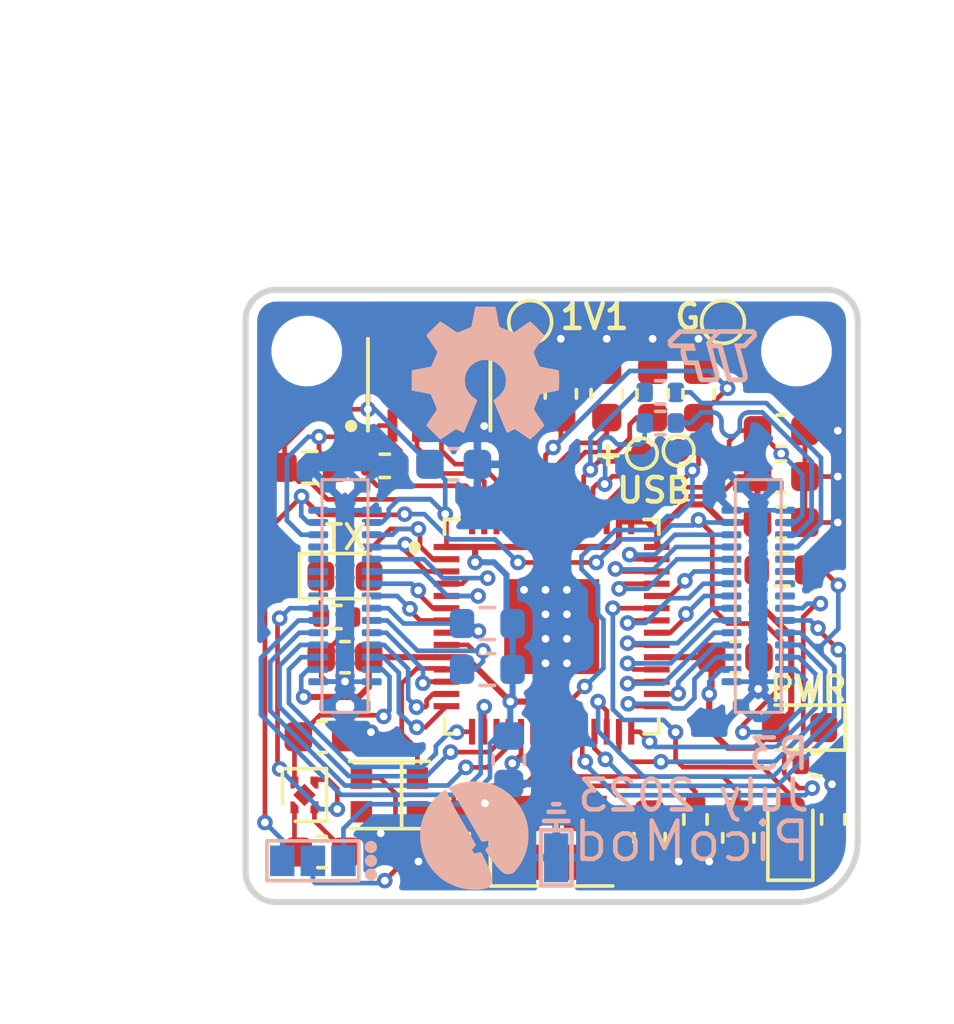
<source format=kicad_pcb>
(kicad_pcb (version 20221018) (generator pcbnew)
  (layers (0 "F.Cu" signal) (31 "B.Cu" signal) (34 "B.Paste" user) (35 "F.Paste" user) (36 "B.SilkS" user "B.Silkscreen") (37 "F.SilkS" user "F.Silkscreen") (38 "B.Mask" user) (39 "F.Mask" user) (44 "Edge.Cuts" user))
  (net 0 "")
  (net 1 "+3V3")
  (net 2 "GND")
  (net 3 "+1V1")
  (net 4 "/XIN")
  (net 5 "Net-(C14-Pad1)")
  (net 6 "+5V")
  (net 7 "Net-(D1-K)")
  (net 8 "/USB_DP")
  (net 9 "/USB_DN")
  (net 10 "/LED")
  (net 12 "/LED_DI")
  (net 22 "/TX0")
  (net 23 "/RX0")
  (net 24 "/SCK0")
  (net 25 "/MOSI0")
  (net 26 "/MISO0")
  (net 27 "/GPIO5")
  (net 28 "/qCSN")
  (net 29 "/XOUT")
  (net 30 "/SDA")
  (net 31 "/GPIO9")
  (net 32 "/GPIO10")
  (net 33 "/GPIO11")
  (net 34 "/MISO1")
  (net 35 "/SWCLK")
  (net 36 "/SWDIO")
  (net 37 "/RUN")
  (net 38 "/GPIO13")
  (net 39 "/SCK1")
  (net 40 "/qSD3")
  (net 41 "/qSD0")
  (net 42 "/qSD2")
  (net 43 "/qSD1")
  (net 44 "/MOSI1")
  (net 45 "/GPIO16")
  (net 46 "/GPIO17")
  (net 47 "/GPIO18")
  (net 48 "/GPIO19")
  (net 49 "/GPIO20")
  (net 50 "/GPIO21")
  (net 51 "/GPIO22")
  (net 52 "/GPIO23")
  (net 53 "/GPIO24")
  (net 54 "/ADC0")
  (net 55 "/ADC1")
  (net 56 "/ADC2")
  (net 57 "/ADC3")
  (net 58 "/SCL")
  (net 59 "Net-(D3-K)")
  (net 60 "Net-(D4-K)")
  (net 61 "/BOOTSEL")
  (net 62 "/qSCK")
  (net 63 "/VREG_EN")
  (net 64 "/LED_PWR")
  (net 65 "/usbN")
  (net 66 "/usbP")
  (footprint "TestPoint:TestPoint_Pad_D1.0mm" (layer "F.Cu") (at 35.6 21.05)
    (fp_text reference "TP5" hide)
    (fp_text value "TestPoint")
  )
  (footprint "Capacitor_SMD:C_0603_1608Metric" (layer "F.Cu") (at 36 32)
    (fp_text reference "C3" hide)
    (fp_text value "100n")
  )
  (footprint "Resistor_SMD:R_0402_1005Metric" (layer "F.Cu") (at 24.55 25.75)
    (fp_text reference "R3" hide)
    (fp_text value "1k")
  )
  (footprint "Capacitor_SMD:C_0603_1608Metric" (layer "F.Cu") (at 22.5 34.6)
    (fp_text reference "C15" hide)
    (fp_text value "1u")
  )
  (footprint "Resistor_SMD:R_0402_1005Metric" (layer "F.Cu") (at 39.2 37.3 90)
    (fp_text reference "R8" hide)
    (fp_text value "33")
  )
  (footprint "Capacitor_SMD:C_0603_1608Metric" (layer "F.Cu") (at 37.5 26.1)
    (fp_text reference "C4" hide)
    (fp_text value "100n")
  )
  (footprint "Resistor_SMD:R_0402_1005Metric" (layer "F.Cu") (at 22.97 30.69)
    (fp_text reference "R10" hide)
    (fp_text value "33")
  )
  (footprint "Resistor_SMD:R_0603_1608Metric" (layer "F.Cu") (at 37.525 29.15 180)
    (fp_text reference "R11" hide)
    (fp_text value "10k")
  )
  (footprint "Capacitor_SMD:C_0603_1608Metric" (layer "F.Cu") (at 23.25 32 180)
    (fp_text reference "C12" hide)
    (fp_text value "100n")
  )
  (footprint "Customs_Connectors:MountingHole_2mm_M2" (layer "F.Cu") (at 22 22)
    (fp_text reference "H1" hide)
    (fp_text value "MountingHole")
  )
  (footprint "TestPoint:TestPoint_Pad_D1.0mm" (layer "F.Cu") (at 34.15 25.25)
    (fp_text reference "TP3" hide)
    (fp_text value "TestPoint")
  )
  (footprint "Customs_LED:LED_WS2812B_PLCC4_2.0x2.0mm_P0.4mm" (layer "F.Cu") (at 24.7 36.5)
    (fp_text reference "D2" hide)
    (fp_text value "WS2812B")
  )
  (footprint "Capacitor_SMD:C_0603_1608Metric" (layer "F.Cu") (at 33.3 23.4 90)
    (fp_text reference "C2" hide)
    (fp_text value "100n")
  )
  (footprint "Capacitor_SMD:C_0603_1608Metric" (layer "F.Cu") (at 37.5 27.6)
    (fp_text reference "C5" hide)
    (fp_text value "100n")
  )
  (footprint "Customs_Memory:SON80P400X300X60-10N" (layer "F.Cu") (at 26 23.1 90)
    (fp_text reference "U2" hide)
    (fp_text value locked "MX25L3233FZBI")
  )
  (footprint "Resistor_SMD:R_0603_1608Metric" (layer "F.Cu") (at 22.1 25.8 180)
    (fp_text reference "R4" hide)
    (fp_text value "DNP")
  )
  (footprint "Capacitor_SMD:C_0603_1608Metric" (layer "F.Cu") (at 33.2 37.9 -90)
    (fp_text reference "C14" hide)
    (fp_text value "22pf")
  )
  (footprint "Capacitor_SMD:C_0603_1608Metric" (layer "F.Cu") (at 37.5 24.6)
    (fp_text reference "C11" hide)
    (fp_text value "1u")
  )
  (footprint "Capacitor_SMD:C_0603_1608Metric" (layer "F.Cu") (at 22.5 38.365)
    (fp_text reference "C16" hide)
    (fp_text value "1u")
  )
  (footprint "LED_SMD:LED_0603_1608Metric" (layer "F.Cu") (at 37.8 37.8 90)
    (fp_text reference "D1" hide)
    (fp_text value "LED")
  )
  (footprint "LED_SMD:LED_0603_1608Metric" (layer "F.Cu") (at 38.1 34.3 180)
    (fp_text reference "D3" hide)
    (fp_text value "LED")
  )
  (footprint "TestPoint:TestPoint_Pad_D1.0mm" (layer "F.Cu") (at 32.95 25.35)
    (fp_text reference "TP2" hide)
    (fp_text value "TestPoint")
  )
  (footprint "Crystal:Crystal_SMD_SeikoEpson_TSX3225-4Pin_3.2x2.5mm" (layer "F.Cu") (at 30 37.9)
    (fp_text reference "Y1" hide)
    (fp_text value "12MHz")
  )
  (footprint "Resistor_SMD:R_0402_1005Metric" (layer "F.Cu") (at 38.65 35.5)
    (fp_text reference "R9" hide)
    (fp_text value "33")
  )
  (footprint "Capacitor_SMD:C_0603_1608Metric" (layer "F.Cu") (at 36.1 37.9 -90)
    (fp_text reference "C10" hide)
    (fp_text value "100n")
  )
  (footprint "Customs_Connectors:MountingHole_2mm_M2" (layer "F.Cu") (at 38 22)
    (fp_text reference "H2" hide)
    (fp_text value "MountingHole")
  )
  (footprint "Capacitor_SMD:C_0603_1608Metric" (layer "F.Cu") (at 26.8 37.9 -90)
    (fp_text reference "C13" hide)
    (fp_text value "22pf")
  )
  (footprint "RP2040:QFN40P700X700X90-57N" (layer "F.Cu") (at 30 31)
    (fp_text reference "U1" hide)
    (fp_text value "RP2040")
  )
  (footprint "Capacitor_SMD:C_0603_1608Metric" (layer "F.Cu") (at 31.8 23.4 90)
    (fp_text reference "C1" hide)
    (fp_text value "100n")
  )
  (footprint "LED_SMD:LED_0603_1608Metric" (layer "F.Cu") (at 23.25 29.35)
    (fp_text reference "D4" hide)
    (fp_text value "LED")
  )
  (footprint "Capacitor_SMD:C_0603_1608Metric" (layer "F.Cu") (at 34.8 23.4 90)
    (fp_text reference "C8" hide)
    (fp_text value "1u")
  )
  (footprint "Resistor_SMD:R_0402_1005Metric" (layer "F.Cu") (at 34.7 37.3 -90)
    (fp_text reference "R5" hide)
    (fp_text value "1k")
  )
  (footprint "Capacitor_SMD:C_0603_1608Metric" (layer "F.Cu") (at 30.3 23.4 90)
    (fp_text reference "C9" hide)
    (fp_text value "100n")
  )
  (footprint "Package_DFN_QFN:OnSemi_XDFN4-1EP_1.0x1.0mm_EP0.52x0.52mm" (layer "F.Cu") (at 21.925 36.5 90)
    (fp_text reference "U3" hide)
    (fp_text value "NCP163AFCT330T2G")
  )
  (footprint "TestPoint:TestPoint_Pad_D1.0mm" (layer "F.Cu") (at 29.3 21.05)
    (fp_text reference "TP4" hide)
    (fp_text value "TestPoint")
  )
  (footprint "Customs_Connectors:TestPoint_Loop_1.6x0.8mm" (layer "B.Cu") (at 30.15 38.55 -90)
    (fp_text reference "TP1" hide)
    (fp_text value "TestPoint")
  )
  (footprint "LOGO" (layer "B.Cu") (at 35.25 22.15 180)
    (fp_text reference "G***" hide)
    (fp_text value "LOGO" hide)
  )
  (footprint "Resistor_SMD:R_0603_1608Metric" (layer "B.Cu") (at 27.9 30.9)
    (fp_text reference "R6" hide)
    (fp_text value "4.7k")
  )
  (footprint "Resistor_SMD:R_0402_1005Metric" (layer "B.Cu") (at 33.55 23.35)
    (fp_text reference "R2" hide)
    (fp_text value "27")
  )
  (footprint "Customs_Connectors:TE-3-2363962-0_30x0.4mm_Plug" (layer "B.Cu") (at 23.25 30 90)
    (fp_text reference "J3" hide)
    (fp_text value "Conn_02x15_Top_Bottom")
  )
  (footprint "Customs_Connectors:TE-3-2363962-0_30x0.4mm_Plug" (layer "B.Cu") (at 36.75 30 90)
    (fp_text reference "J2" hide)
    (fp_text value "Conn_02x15_Top_Bottom")
  )
  (footprint "LOGO" (layer "B.Cu") (at 27.85 22.75 180)
    (fp_text reference "G***" hide)
    (fp_text value "LOGO" hide)
  )
  (footprint "Resistor_SMD:R_0603_1608Metric" (layer "B.Cu") (at 27.9 32.4)
    (fp_text reference "R7" hide)
    (fp_text value "4.7k")
  )
  (footprint "Resistor_SMD:R_0402_1005Metric" (layer "B.Cu") (at 33.55 24.35)
    (fp_text reference "R1" hide)
    (fp_text value "27")
  )
  (footprint "Capacitor_SMD:C_0603_1608Metric" (layer "B.Cu") (at 28.6 35.35 -90)
    (fp_text reference "C6" hide)
    (fp_text value "100n")
  )
  (footprint "Jumper:SolderJumper-3_P1.3mm_Open_RoundedPad1.0x1.5mm" (layer "B.Cu") (at 22.2 38.65 180)
    (fp_text reference "JP1" hide)
    (fp_text value "SolderJumper_3_Bridged12")
  )
  (footprint "LOGO" (layer "B.Cu") (at 27.5 37.9 180)
    (fp_text reference "G***" hide)
    (fp_text value "LOGO" hide)
  )
  (footprint "Capacitor_SMD:C_0603_1608Metric" (layer "B.Cu") (at 26.8 25.7)
    (fp_text reference "C7" hide)
    (fp_text value "100n")
  )
  (gr_circle (center 24.1 38.65) (end 24.1 38.75) (stroke (width 0.2)) (fill none) (layer "B.SilkS"))
  (gr_line (start 29.9 37.05) (end 30.4 37.05) (stroke (width 0.15)) (layer "B.SilkS"))
  (gr_line (start 30.15 37.35) (end 30.15 37.65) (stroke (width 0.15)) (layer "B.SilkS"))
  (gr_circle (center 24.1 39.1) (end 24.1 39.2) (stroke (width 0.2)) (fill none) (layer "B.SilkS"))
  (gr_circle (center 24.1 38.2) (end 24.1 38.3) (stroke (width 0.2)) (fill none) (layer "B.SilkS"))
  (gr_line (start 29.75 37.35) (end 30.55 37.35) (stroke (width 0.15)) (layer "B.SilkS"))
  (gr_line (start 30.05 36.8) (end 30.25 36.8) (stroke (width 0.15)) (layer "B.SilkS"))
  (gr_arc (start 20 20.999993) (mid 20.292891 20.292889) (end 20.999993 19.999993) (stroke (width 0.2)) (layer "Edge.Cuts"))
  (gr_line (start 38 40) (end 21.000001 40) (stroke (width 0.2)) (layer "Edge.Cuts"))
  (gr_line (start 20.999993 19.999993) (end 39.000127 19.999873) (stroke (width 0.2)) (layer "Edge.Cuts"))
  (gr_arc (start 39.000127 19.999873) (mid 39.707161 20.292809) (end 40 20.999873) (stroke (width 0.2)) (layer "Edge.Cuts"))
  (gr_line (start 40 20.999873) (end 40 38) (stroke (width 0.2)) (layer "Edge.Cuts"))
  (gr_arc (start 40 38) (mid 39.414214 39.414214) (end 38 40) (stroke (width 0.2)) (layer "Edge.Cuts"))
  (gr_line (start 20.000001 39) (end 20 20.999993) (stroke (width 0.2)) (layer "Edge.Cuts"))
  (gr_arc (start 21.000001 40) (mid 20.292894 39.707107) (end 20.000001 39) (stroke (width 0.2)) (layer "Edge.Cuts"))
  (gr_text "R3" (at 38.5 35.75) (layer "B.SilkS") (effects (font (size 1 1)) (justify left bottom mirror)))
  (gr_text "July 2023" (at 38.5 37.1) (layer "B.SilkS") (effects (font (size 1 1)) (justify left bottom mirror)))
  (gr_text "PicoMod" (at 38.55 38.75) (layer "B.SilkS") (effects (font (size 1.25 1.25)) (justify left bottom mirror)))
  (gr_text "USB" (at 33.35 26.55) (layer "F.SilkS") (effects (font (size 0.8 0.8) (thickness 0.15) bold)))
  (gr_text "TX" (at 22.5 28.55) (layer "F.SilkS") (effects (font (size 0.8 0.8) (thickness 0.125)) (justify left bottom)))
  (gr_text "PWR" (at 37.05 33.5) (layer "F.SilkS") (effects (font (size 0.8 0.8) (thickness 0.125)) (justify left bottom)))
  (gr_text "G" (at 33.95 21.35) (layer "F.SilkS") (effects (font (size 0.8 0.8) (thickness 0.15) bold) (justify left bottom)))
  (gr_text "1V1\n" (at 30.2 21.35) (layer "F.SilkS") (effects (font (size 0.8 0.8) (thickness 0.15) bold) (justify left bottom)))
  (gr_text "+" (at 31.85 25.35) (layer "F.SilkS") (effects (font (size 0.8 0.8) (thickness 0.15) bold)))
  (segment (start 35.45 26.75) (end 36.1 26.1) (width 0.1524) (layer "F.Cu") (net 1))
  (segment (start 32.55 24.4) (end 32.55 24.85) (width 0.1524) (layer "F.Cu") (net 1))
  (segment (start 30.05 33.45) (end 30.2 33.6) (width 0.2) (layer "F.Cu") (net 1))
  (segment (start 32.6 27.565) (end 33.115 27.565) (width 0.2) (layer "F.Cu") (net 1))
  (segment (start 36.15 24.6) (end 36.725 24.6) (width 0.1524) (layer "F.Cu") (net 1))
  (segment (start 31.5 25) (end 30.9 25) (width 0.1524) (layer "F.Cu") (net 1))
  (segment (start 35.35 26.45) (end 35.8 26) (width 0.1524) (layer "F.Cu") (net 1))
  (segment (start 21.7424 26.2674) (end 22.0999 26.2674) (width 0.1524) (layer "F.Cu") (net 1))
  (segment (start 31.1 25.3) (end 30.6 25.8) (width 0.1524) (layer "F.Cu") (net 1))
  (segment (start 21.6 38.24) (end 21.725 38.365) (width 0.1524) (layer "F.Cu") (net 1))
  (segment (start 22.45 23.9) (end 21.275 25.075) (width 0.1524) (layer "F.Cu") (net 1))
  (segment (start 32.8 26.95) (end 34.05 26.95) (width 0.1524) (layer "F.Cu") (net 1))
  (segment (start 35.15 34.35) (end 35.7569 34.9569) (width 0.2) (layer "F.Cu") (net 1))
  (segment (start 21.725 38.365) (end 21.75 38.34) (width 0.1524) (layer "F.Cu") (net 1))
  (segment (start 26.044186 26.84534) (end 26.524423 27.325577) (width 0.1524) (layer "F.Cu") (net 1))
  (segment (start 32.6 27.15) (end 32.8 26.95) (width 0.1524) (layer "F.Cu") (net 1))
  (segment (start 35.225 33.025) (end 35.15 33.1) (width 0.1524) (layer "F.Cu") (net 1))
  (segment (start 24.025 32.975) (end 24.025 32) (width 0.2) (layer "F.Cu") (net 1))
  (segment (start 31.8 24.175) (end 31.8 24.7) (width 0.1524) (layer "F.Cu") (net 1))
  (segment (start 27.5 28.4) (end 30.2 28.4) (width 0.2) (layer "F.Cu") (net 1))
  (segment (start 30.2 27.565) (end 30.2 28.4) (width 0.2) (layer "F.Cu") (net 1))
  (segment (start 35.15 33.1) (end 35.15 33.2) (width 0.1524) (layer "F.Cu") (net 1))
  (segment (start 36.725 29.125) (end 36.7 29.15) (width 0.2) (layer "F.Cu") (net 1))
  (segment (start 35.8 24.95) (end 36.15 24.6) (width 0.1524) (layer "F.Cu") (net 1))
  (segment (start 21.9 33.3) (end 23.7 33.3) (width 0.2) (layer "F.Cu") (net 1))
  (segment (start 30.2 25.7) (end 30.2 27.865) (width 0.1524) (layer "F.Cu") (net 1))
  (segment (start 36.7 30.18529) (end 37.8286 31.31389) (width 0.2) (layer "F.Cu") (net 1))
  (segment (start 26.565 28.4) (end 27.5 28.4) (width 0.2) (layer "F.Cu") (net 1))
  (segment (start 33.45 28.385) (end 33.435 28.4) (width 0.1524) (layer "F.Cu") (net 1))
  (segment (start 30.2 33.6) (end 30.2 34.435) (width 0.2) (layer "F.Cu") (net 1))
  (segment (start 32 28.4) (end 32.2 28.2) (width 0.2) (layer "F.Cu") (net 1))
  (segment (start 24.435 21.765) (end 24 22.2) (width 0.1524) (layer "F.Cu") (net 1))
  (segment (start 36.1 26.1) (end 36.725 26.1) (width 0.1524) (layer "F.Cu") (net 1))
  (segment (start 35.15 33.2) (end 35.15 34.35) (width 0.2) (layer "F.Cu") (net 1))
  (segment (start 28.65 33.45) (end 27.2 32) (width 0.2) (layer "F.Cu") (net 1))
  (segment (start 26.565 27.366154) (end 26.565 28.4) (width 0.1524) (layer "F.Cu") (net 1))
  (segment (start 22.45 23.9) (end 24 23.9) (width 0.1524) (layer "F.Cu") (net 1))
  (segment (start 24.025 32) (end 26.565 32) (width 0.2) (layer "F.Cu") (net 1))
  (segment (start 36.75 24.6) (end 37.5 25.35) (width 0.1524) (layer "F.Cu") (net 1))
  (segment (start 21.275 25.8) (end 21.7424 26.2674) (width 0.1524) (layer "F.Cu") (net 1))
  (segment (start 32.1 25.3) (end 31.1 25.3) (width 0.1524) (layer "F.Cu") (net 1))
  (segment (start 32.775 24.175) (end 32.55 24.4) (width 0.1524) (layer "F.Cu") (net 1))
  (segment (start 30.6 27.565) (end 30.6 28.4) (width 0.2) (layer "F.Cu") (net 1))
  (segment (start 30.2 28.4) (end 30.6 28.4) (width 0.2) (layer "F.Cu") (net 1))
  (segment (start 32.5 26.7) (end 33.9 26.7) (width 0.1524) (layer "F.Cu") (net 1))
  (segment (start 36.725 27.6) (end 36.725 26.1) (width 0.2) (layer "F.Cu") (net 1))
  (segment (start 33.9 26.7) (end 34.15 26.45) (width 0.1524) (layer "F.Cu") (net 1))
  (segment (start 21.6 36.985) (end 21.6 38.24) (width 0.1524) (layer "F.Cu") (net 1))
  (segment (start 35.7569 34.9569) (end 36.6556 34.9569) (width 0.2) (layer "F.Cu") (net 1))
  (segment (start 26.524423 27.325577) (end 26.565 27.366154) (width 0.1524) (layer "F.Cu") (net 1))
  (segment (start 33.45 27.9) (end 33.45 28.385) (width 0.2) (layer "F.Cu") (net 1))
  (segment (start 32.55 24.85) (end 32.1 25.3) (width 0.1524) (layer "F.Cu") (net 1))
  (segment (start 32.2 28.2) (end 32.2 27.565) (width 0.2) (layer "F.Cu") (net 1))
  (segment (start 23.7 33.3) (end 24.025 32.975) (width 0.2) (layer "F.Cu") (net 1))
  (segment (start 36.6556 34.9569) (end 37.3125 34.3) (width 0.2) (layer "F.Cu") (net 1))
  (segment (start 32.6 27.55) (end 32.6 27.15) (width 0.1524) (layer "F.Cu") (net 1))
  (segment (start 32.6 27.565) (end 32.2 27.565) (width 0.2) (layer "F.Cu") (net 1))
  (segment (start 31.8 24.7) (end 31.5 25) (width 0.1524) (layer "F.Cu") (net 1))
  (segment (start 34.05 26.95) (end 34.25 26.75) (width 0.1524) (layer "F.Cu") (net 1))
  (segment (start 30.6 25.8) (end 30.6 27.865) (width 0.1524) (layer "F.Cu") (net 1))
  (segment (start 30.6 28.4) (end 32 28.4) (width 0.2) (layer "F.Cu") (net 1))
  (segment (start 36.725 27.35) (end 36.725 29.125) (width 0.2) (layer "F.Cu") (net 1))
  (segment (start 37.8286 33.7839) (end 37.3125 34.3) (width 0.2) (layer "F.Cu") (net 1))
  (segment (start 21.275 25.075) (end 21.275 25.8) (width 0.1524) (layer "F.Cu") (net 1))
  (segment (start 36.725 24.6) (end 36.75 24.6) (width 0.1524) (layer "F.Cu") (net 1))
  (segment (start 33.115 27.565) (end 33.45 27.9) (width 0.2) (layer "F.Cu") (net 1))
  (segment (start 36.725 24.6) (end 36.725 26.1) (width 0.2) (layer "F.Cu") (net 1))
  (segment (start 24 22.2) (end 24 23.9) (width 0.1524) (layer "F.Cu") (net 1))
  (segment (start 34.25 26.75) (end 35.45 26.75) (width 0.1524) (layer "F.Cu") (net 1))
  (segment (start 27.5 28.9) (end 27.5 28.4) (width 0.2) (layer "F.Cu") (net 1))
  (segment (start 32.2 27.865) (end 32.2 27) (width 0.1524) (layer "F.Cu") (net 1))
  (segment (start 33.435 32) (end 35.225 32) (width 0.2) (layer "F.Cu") (net 1))
  (segment (start 34.15 26.45) (end 35.35 26.45) (width 0.1524) (layer "F.Cu") (net 1))
  (segment (start 37.8286 31.31389) (end 37.8286 33.7839) (width 0.2) (layer "F.Cu") (net 1))
  (segment (start 24.8 21.765) (end 24.435 21.765) (width 0.1524) (layer "F.Cu") (net 1))
  (segment (start 35.225 32) (end 35.225 33.025) (width 0.2) (layer "F.Cu") (net 1))
  (segment (start 22.67784 26.84534) (end 26.044186 26.84534) (width 0.1524) (layer "F.Cu") (net 1))
  (segment (start 34.3385 27.0115) (end 35.0115 27.0115) (width 0.2) (layer "F.Cu") (net 1))
  (segment (start 27.2 32) (end 26.565 32) (width 0.2) (layer "F.Cu") (net 1))
  (segment (start 28.65 33.45) (end 30.05 33.45) (width 0.2) (layer "F.Cu") (net 1))
  (segment (start 22.0999 26.2674) (end 22.67784 26.84534) (width 0.1524) (layer "F.Cu") (net 1))
  (segment (start 35.0115 27.0115) (end 35.6 27.6) (width 0.2) (layer "F.Cu") (net 1))
  (segment (start 32.2 27) (end 32.5 26.7) (width 0.1524) (layer "F.Cu") (net 1))
  (segment (start 33.45 27.9) (end 34.3385 27.0115) (width 0.2) (layer "F.Cu") (net 1))
  (segment (start 30.9 25) (end 30.2 25.7) (width 0.1524) (layer "F.Cu") (net 1))
  (segment (start 33.3 24.175) (end 32.775 24.175) (width 0.1524) (layer "F.Cu") (net 1))
  (segment (start 35.6 27.6) (end 36.725 27.6) (width 0.2) (layer "F.Cu") (net 1))
  (segment (start 36.7 29.4) (end 36.7 30.18529) (width 0.2) (layer "F.Cu") (net 1))
  (segment (start 35.8 26) (end 35.8 24.95) (width 0.1524) (layer "F.Cu") (net 1))
  (via (at 24 23.9) (size 0.508) (drill 0.254) (layers "F.Cu" "B.Cu") (net 1))
  (via (at 28.65 33.45) (size 0.508) (drill 0.254) (layers "F.Cu" "B.Cu") (net 1))
  (via (at 37.5 25.35) (size 0.508) (drill 0.254) (layers "F.Cu" "B.Cu") (net 1))
  (via (at 26.524423 27.325577) (size 0.508) (drill 0.254) (layers "F.Cu" "B.Cu") (net 1))
  (via (at 35.15 33.2) (size 0.508) (drill 0.254) (layers "F.Cu" "B.Cu") (net 1))
  (via (at 27.5 28.9) (size 0.508) (drill 0.254) (layers "F.Cu" "B.Cu") (net 1))
  (via (at 21.9 33.3) (size 0.508) (drill 0.254) (layers "F.Cu" "B.Cu") (net 1))
  (segment (start 24 23.9) (end 24.225 23.9) (width 0.1524) (layer "B.Cu") (net 1))
  (segment (start 24.225 23.9) (end 26.025 25.7) (width 0.1524) (layer "B.Cu") (net 1))
  (segment (start 22.045393 32.4) (end 22.375 32.4) (width 0.1524) (layer "B.Cu") (net 1))
  (segment (start 35.545393 32.4) (end 35.875 32.4) (width 0.1524) (layer "B.Cu") (net 1))
  (segment (start 37.6814 27.6564) (end 37.85 27.6564) (width 0.1524) (layer "B.Cu") (net 1))
  (segment (start 38.1904 27.364207) (end 38.1904 26.0404) (width 0.1524) (layer "B.Cu") (net 1))
  (segment (start 28.65 33.45) (end 28.65 34.375) (width 0.2) (layer "B.Cu") (net 1))
  (segment (start 28.526698 30.701698) (end 28.725 30.9) (width 0.2) (layer "B.Cu") (net 1))
  (segment (start 21.8214 32.623993) (end 22.045393 32.4) (width 0.1524) (layer "B.Cu") (net 1))
  (segment (start 28.65 34.375) (end 28.85 34.575) (width 0.2) (layer "B.Cu") (net 1))
  (segment (start 24.6786 27.163727) (end 24.6786 27.376007) (width 0.1524) (layer "B.Cu") (net 1))
  (segment (start 37.625 27.6) (end 37.6814 27.6564) (width 0.1524) (layer "B.Cu") (net 1))
  (segment (start 37.954607 27.6) (end 38.1904 27.364207) (width 0.1524) (layer "B.Cu") (net 1))
  (segment (start 26.524423 27.325577) (end 26.033133 26.834287) (width 0.1524) (layer "B.Cu") (net 1))
  (segment (start 23.2 38.65) (end 23.2 37.6) (width 0.1524) (layer "B.Cu") (net 1))
  (segment (start 21.9 33.3) (end 21.9 33.275) (width 0.1524) (layer "B.Cu") (net 1))
  (segment (start 38.1904 26.0404) (end 37.5 25.35) (width 0.1524) (layer "B.Cu") (net 1))
  (segment (start 28.725 33.375) (end 28.725 32.4) (width 0.2) (layer "B.Cu") (net 1))
  (segment (start 28.225 34.575) (end 28.85 34.575) (width 0.1524) (layer "B.Cu") (net 1))
  (segment (start 21.9 33.3) (end 21.8214 33.2214) (width 0.1524) (layer "B.Cu") (net 1))
  (segment (start 23.2 37.6) (end 23.9982 36.8018) (width 0.1524) (layer "B.Cu") (net 1))
  (segment (start 28.725 30.9) (end 28.725 32.4) (width 0.2) (layer "B.Cu") (net 1))
  (segment (start 35.15 32.795393) (end 35.545393 32.4) (width 0.1524) (layer "B.Cu") (net 1))
  (segment (start 28.114703 28.9) (end 28.526698 29.311995) (width 0.2) (layer "B.Cu") (net 1))
  (segment (start 24.6786 27.376007) (end 24.454607 27.6) (width 0.1524) (layer "B.Cu") (net 1))
  (segment (start 25.00804 26.834287) (end 24.6786 27.163727) (width 0.1524) (layer "B.Cu") (net 1))
  (segment (start 37.625 27.6) (end 37.954607 27.6) (width 0.1524) (layer "B.Cu") (net 1))
  (segment (start 26.033133 26.834287) (end 25.00804 26.834287) (width 0.1524) (layer "B.Cu") (net 1))
  (segment (start 26.025 25.7) (end 26.524423 26.199423) (width 0.1524) (layer "B.Cu") (net 1))
  (segment (start 27.5 28.9) (end 28.114703 28.9) (width 0.2) (layer "B.Cu") (net 1))
  (segment (start 28.526698 29.311995) (end 28.526698 30.701698) (width 0.2) (layer "B.Cu") (net 1))
  (segment (start 26.524423 26.199423) (end 26.524423 27.325577) (width 0.1524) (layer "B.Cu") (net 1))
  (segment (start 23.9982 36.8018) (end 27.111752 36.8018) (width 0.1524) (layer "B.Cu") (net 1))
  (segment (start 35.15 33.2) (end 35.15 32.795393) (width 0.1524) (layer "B.Cu") (net 1))
  (segment (start 27.9874 34.8126) (end 28.225 34.575) (width 0.1524) (layer "B.Cu") (net 1))
  (segment (start 21.8214 33.2214) (end 21.8214 32.623993) (width 0.1524) (layer "B.Cu") (net 1))
  (segment (start 28.65 33.45) (end 28.725 33.375) (width 0.2) (layer "B.Cu") (net 1))
  (segment (start 27.111752 36.8018) (end 27.9874 35.926152) (width 0.1524) (layer "B.Cu") (net 1))
  (segment (start 27.9874 35.926152) (end 27.9874 34.8126) (width 0.1524) (layer "B.Cu") (net 1))
  (segment (start 24.454607 27.6) (end 24.125 27.6) (width 0.1524) (layer "B.Cu") (net 1))
  (segment (start 25.65 38.675226) (end 26.799774 38.675226) (width 0.1524) (layer "F.Cu") (net 2))
  (segment (start 22.6441 32.7941) (end 22.475 32.625) (width 0.1524) (layer "F.Cu") (net 2))
  (segment (start 39.16 36.15) (end 39.16 35.4) (width 0.1524) (layer "F.Cu") (net 2))
  (segment (start 23.426608 34.448392) (end 23.275 34.6) (width 0.1524) (layer "F.Cu") (net 2))
  (segment (start 28.9 37.1) (end 28.15 37.1) (width 0.1524) (layer "F.Cu") (net 2))
  (segment (start 34.8 21.6) (end 34.9 21.6) (width 0.1524) (layer "F.Cu") (net 2))
  (segment (start 31.8 22.625) (end 31.8 21.6) (width 0.1524) (layer "F.Cu") (net 2))
  (segment (start 26.799774 38.675226) (end 26.8 38.675) (width 0.1524) (layer "F.Cu") (net 2))
  (segment (start 38.275 27.6) (end 39.3 27.6) (width 0.1524) (layer "F.Cu") (net 2))
  (segment (start 38.275 26.1) (end 38.275 24.6) (width 0.1524) (layer "F.Cu") (net 2))
  (segment (start 27.75 24.45) (end 27.215 24.45) (width 0.1524) (layer "F.Cu") (net 2))
  (segment (start 33.175 38.7) (end 31.1 38.7) (width 0.1524) (layer "F.Cu") (net 2))
  (segment (start 38.275 24.6) (end 39.3 24.6) (width 0.1524) (layer "F.Cu") (net 2))
  (segment (start 33.3 22.625) (end 33.3 21.6) (width 0.1524) (layer "F.Cu") (net 2))
  (segment (start 39.3 26.1) (end 39.35 26.1) (width 0.1524) (layer "F.Cu") (net 2))
  (segment (start 28.714709 35.464709) (end 29 35.179418) (width 0.1524) (layer "F.Cu") (net 2))
  (segment (start 39.3 27.6) (end 39.35 27.6) (width 0.1524) (layer "F.Cu") (net 2))
  (segment (start 39.2 36.79) (end 39.2 36.25) (width 0.1524) (layer "F.Cu") (net 2))
  (segment (start 23.48 30.97) (end 23.48 30.69) (width 0.1524) (layer "F.Cu") (net 2))
  (segment (start 25.615 38.640226) (end 25.615 37.05) (width 0.1524) (layer "F.Cu") (net 2))
  (segment (start 35.6 21.05) (end 35.35 21.05) (width 0.1524) (layer "F.Cu") (net 2))
  (segment (start 28.15 37.1) (end 27.822673 36.772673) (width 0.1524) (layer "F.Cu") (net 2))
  (segment (start 22.25 37.34) (end 23.275 38.365) (width 0.1524) (layer "F.Cu") (net 2))
  (segment (start 25.65 38.675226) (end 25.615 38.640226) (width 0.1524) (layer "F.Cu") (net 2))
  (segment (start 22.25 36.985) (end 22.25 37.34) (width 0.1524) (layer "F.Cu") (net 2))
  (segment (start 36.1 38.675) (end 33.2 38.675) (width 0.1524) (layer "F.Cu") (net 2))
  (segment (start 38.275 27.6) (end 38.275 26.1) (width 0.1524) (layer "F.Cu") (net 2))
  (segment (start 22.475 32) (end 22.475 31.975) (width 0.1524) (layer "F.Cu") (net 2))
  (segment (start 23.275 34.6) (end 23.275 34.99) (width 0.1524) (layer "F.Cu") (net 2))
  (segment (start 29 35.179418) (end 29 34.435) (width 0.1524) (layer "F.Cu") (net 2))
  (segment (start 34.8 22.625) (end 34.8 21.6) (width 0.1524) (layer "F.Cu") (net 2))
  (segment (start 36.775 32) (end 36.775 33.01) (width 0.1524) (layer "F.Cu") (net 2))
  (segment (start 33.2 38.675) (end 33.175 38.7) (width 0.1524) (layer "F.Cu") (net 2))
  (segment (start 30.3 22.625) (end 30.3 21.6) (width 0.1524) (layer "F.Cu") (net 2))
  (segment (start 23.89 37.75) (end 23.275 38.365) (width 0.1524) (layer "F.Cu") (net 2))
  (segment (start 35.35 21.05) (end 34.8 21.6) (width 0.1524) (layer "F.Cu") (net 2))
  (segment (start 24.4179 37.75) (end 23.89 37.75) (width 0.1524) (layer "F.Cu") (net 2))
  (segment (start 39.3 24.6) (end 39.35 24.6) (width 0.1524) (layer "F.Cu") (net 2))
  (segment (start 23.25 32.7941) (end 22.6441 32.7941) (width 0.1524) (layer "F.Cu") (net 2))
  (segment (start 38.275 26.1) (end 39.3 26.1) (width 0.1524) (layer "F.Cu") (net 2))
  (segment (start 24.098874 34.448392) (end 23.426608 34.448392) (width 0.1524) (layer "F.Cu") (net 2))
  (segment (start 22.475 31.975) (end 23.48 30.97) (width 0.1524) (layer "F.Cu") (net 2))
  (segment (start 27.75 24.45) (end 27.8 24.45) (width 0.1524) (layer "F.Cu") (net 2))
  (segment (start 36.775 33.01) (end 36.75 33.035) (width 0.1524) (layer "F.Cu") (net 2))
  (segment (start 22.475 32.625) (end 22.475 32) (width 0.1524) (layer "F.Cu") (net 2))
  (via (at 28.714709 35.464709) (size 0.508) (drill 0.254) (layers "F.Cu" "B.Cu") (net 2))
  (via (at 29.8 31.4) (size 0.508) (drill 0.254) (layers "F.Cu" "B.Cu") (net 2))
  (via (at 29.1 29.8) (size 0.508) (drill 0.254) (layers "F.Cu" "B.Cu") (net 2))
  (via (at 25.65 38.675226) (size 0.508) (drill 0.254) (layers "F.Cu" "B.Cu") (net 2))
  (via (at 24.4179 37.75) (size 0.508) (drill 0.254) (layers "F.Cu" "B.Cu") (net 2))
  (via (at 39.35 26.1) (size 0.508) (drill 0.254) (layers "F.Cu" "B.Cu") (net 2))
  (via (at 27.8 24.45) (size 0.508) (drill 0.254) (layers "F.Cu" "B.Cu") (net 2))
  (via (at 34.15 38.675) (size 0.508) (drill 0.254) (layers "F.Cu" "B.Cu") (net 2))
  (via (at 27.822673 36.772673) (size 0.508) (drill 0.254) (layers "F.Cu" "B.Cu") (net 2))
  (via (at 35.15 38.675) (size 0.508) (drill 0.254) (layers "F.Cu" "B.Cu") (net 2))
  (via (at 29.8 29.8) (size 0.508) (drill 0.254) (layers "F.Cu" "B.Cu") (net 2))
  (via (at 36.75 33.035) (size 0.508) (drill 0.254) (layers "F.Cu" "B.Cu") (net 2))
  (via (at 39.35 27.6) (size 0.508) (drill 0.254) (layers "F.Cu" "B.Cu") (net 2))
  (via (at 30.3 21.6) (size 0.508) (drill 0.254) (layers "F.Cu" "B.Cu") (net 2))
  (via (at 30.5 32.2) (size 0.508) (drill 0.254) (layers "F.Cu" "B.Cu") (net 2))
  (via (at 29.8 30.6) (size 0.508) (drill 0.254) (layers "F.Cu" "B.Cu") (net 2))
  (via (at 39.35 24.6) (size 0.508) (drill 0.254) (layers "F.Cu" "B.Cu") (net 2))
  (via (at 23.25 32.7941) (size 0.508) (drill 0.254) (layers "F.Cu" "B.Cu") (net 2))
  (via (at 31.8 21.6) (size 0.508) (drill 0.254) (layers "F.Cu" "B.Cu") (net 2))
  (via (at 24.098874 34.448392) (size 0.508) (drill 0.254) (layers "F.Cu" "B.Cu") (net 2))
  (via (at 30.5 29.8) (size 0.508) (drill 0.254) (layers "F.Cu" "B.Cu") (net 2))
  (via (at 30.5 30.6) (size 0.508) (drill 0.254) (layers "F.Cu" "B.Cu") (net 2))
  (via (at 30.5 31.4) (size 0.508) (drill 0.254) (layers "F.Cu" "B.Cu") (net 2))
  (via (at 33.3 21.6) (size 0.508) (drill 0.254) (layers "F.Cu" "B.Cu") (net 2))
  (via (at 29.8 32.2) (size 0.508) (drill 0.254) (layers "F.Cu" "B.Cu") (net 2))
  (via (at 39.16 36.15) (size 0.508) (drill 0.254) (layers "F.Cu" "B.Cu") (net 2))
  (via (at 34.8 21.6) (size 0.508) (drill 0.254) (layers "F.Cu" "B.Cu") (net 2))
  (segment (start 23.25 27.2) (end 22.375 27.2) (width 0.1524) (layer "B.Cu") (net 2))
  (segment (start 36.75 27.2) (end 36.75 26.965) (width 0.1524) (layer "B.Cu") (net 2))
  (segment (start 36.75 33.035) (end 37.315 33.6) (width 0.1524) (layer "B.Cu") (net 2))
  (segment (start 36.185 26.4) (end 36.75 26.965) (width 0.1524) (layer "B.Cu") (net 2))
  (segment (start 23.25 33.035) (end 23.815 33.6) (width 0.1524) (layer "B.Cu") (net 2))
  (segment (start 23.25 32.8) (end 23.25 33.035) (width 0.1524) (layer "B.Cu") (net 2))
  (segment (start 36.75 33.035) (end 36.75 32.8) (width 0.1524) (layer "B.Cu") (net 2))
  (segment (start 35.875 27.2) (end 36.75 27.2) (width 0.1524) (layer "B.Cu") (net 2))
  (segment (start 23.25 27.2) (end 23.25 26.965) (width 0.1524) (layer "B.Cu") (net 2))
  (segment (start 36.75 27.2) (end 37.625 27.2) (width 0.1524) (layer "B.Cu") (net 2))
  (segment (start 23.25 26.965) (end 22.685 26.4) (width 0.1524) (layer "B.Cu") (net 2))
  (segment (start 36.75 32.8) (end 37.625 32.8) (width 0.1524) (layer "B.Cu") (net 2))
  (segment (start 28.714709 35.989709) (end 28.85 36.125) (width 0.1524) (layer "B.Cu") (net 2))
  (segment (start 24.125 27.2) (end 23.25 27.2) (width 0.1524) (layer "B.Cu") (net 2))
  (segment (start 35.875 32.8) (end 36.75 32.8) (width 0.1524) (layer "B.Cu") (net 2))
  (segment (start 36.75 26.965) (end 37.315 26.4) (width 0.1524) (layer "B.Cu") (net 2))
  (segment (start 23.815 26.4) (end 23.25 26.965) (width 0.1524) (layer "B.Cu") (net 2))
  (segment (start 23.25 32.8) (end 24.125 32.8) (width 0.1524) (layer "B.Cu") (net 2))
  (segment (start 22.375 32.8) (end 23.25 32.8) (width 0.1524) (layer "B.Cu") (net 2))
  (segment (start 23.25 33.035) (end 22.685 33.6) (width 0.1524) (layer "B.Cu") (net 2))
  (segment (start 36.185 33.6) (end 36.75 33.035) (width 0.1524) (layer "B.Cu") (net 2))
  (segment (start 28.714709 35.464709) (end 28.714709 35.989709) (width 0.1524) (layer "B.Cu") (net 2))
  (segment (start 30.6 35.7) (end 30.7976 35.8976) (width 0.1524) (layer "F.Cu") (net 3))
  (segment (start 30.6 34.435) (end 30.6 35.7) (width 0.1524) (layer "F.Cu") (net 3))
  (segment (start 29.5144 23.9644) (end 29.725 24.175) (width 0.1524) (layer "F.Cu") (net 3))
  (segment (start 30.6 33.436382) (end 30.6 34.435) (width 0.1524) (layer "F.Cu") (net 3))
  (segment (start 34.023748 26.1452) (end 34.3548 26.1452) (width 0.1524) (layer "F.Cu") (net 3))
  (segment (start 30.3 24.9) (end 29.8 25.4) (width 0.1524) (layer "F.Cu") (net 3))
  (segment (start 35.5976 35.8976) (end 36.1 36.4) (width 0.1524) (layer "F.Cu") (net 3))
  (segment (start 30.7976 35.8976) (end 35.5976 35.8976) (width 0.1524) (layer "F.Cu") (net 3))
  (segment (start 29.3 21.05) (end 29.3 21.75) (width 0.1524) (layer "F.Cu") (net 3))
  (segment (start 31.8 26.968948) (end 32.373748 26.3952) (width 0.1524) (layer "F.Cu") (net 3))
  (segment (start 34.3548 26.1452) (end 34.8 25.7) (width 0.1524) (layer "F.Cu") (net 3))
  (segment (start 32.373748 26.3952) (end 33.773748 26.3952) (width 0.1524) (layer "F.Cu") (net 3))
  (segment (start 31.8 27.865) (end 31.8 26.968948) (width 0.1524) (layer "F.Cu") (net 3))
  (segment (start 34.8 24.1652) (end 35.75 23.2152) (width 0.1524) (layer "F.Cu") (net 3))
  (segment (start 29.5144 21.9644) (end 29.5144 23.9644) (width 0.1524) (layer "F.Cu") (net 3))
  (segment (start 29.725 24.175) (end 30.3 24.175) (width 0.1524) (layer "F.Cu") (net 3))
  (segment (start 30.3 24.175) (end 30.3 24.9) (width 0.1524) (layer "F.Cu") (net 3))
  (segment (start 33.773748 26.3952) (end 34.023748 26.1452) (width 0.1524) (layer "F.Cu") (net 3))
  (segment (start 36.1 36.4) (end 36.1 37.125) (width 0.1524) (layer "F.Cu") (net 3))
  (segment (start 31.08048 32.955902) (end 30.6 33.436382) (width 0.1524) (layer "F.Cu") (net 3))
  (segment (start 34.8 25.7) (end 34.8 24.175) (width 0.1524) (layer "F.Cu") (net 3))
  (segment (start 29.8 25.4) (end 29.8 27.865) (width 0.1524) (layer "F.Cu") (net 3))
  (segment (start 29.3 21.75) (end 29.5144 21.9644) (width 0.1524) (layer "F.Cu") (net 3))
  (segment (start 34.8 24.175) (end 34.8 24.1652) (width 0.1524) (layer "F.Cu") (net 3))
  (via (at 35.75 23.2152) (size 0.508) (drill 0.254) (layers "F.Cu" "B.Cu") (net 3))
  (via (at 31.08048 32.955902) (size 0.508) (drill 0.254) (layers "F.Cu" "B.Cu") (net 3))
  (via (at 34.6 25.9) (size 0.508) (drill 0.254) (layers "F.Cu" "B.Cu") (net 3))
  (via (at 30.05 25.15) (size 0.508) (drill 0.254) (layers "F.Cu" "B.Cu") (net 3))
  (segment (start 32.55 22.65) (end 30.05 25.15) (width 0.1524) (layer "B.Cu") (net 3))
  (segment (start 30.975425 29.125425) (end 30.975425 28.706) (width 0.1524) (layer "B.Cu") (net 3))
  (segment (start 34.1096 27.3904) (end 34.6 26.9) (width 0.1524) (layer "B.Cu") (net 3))
  (segment (start 31.094098 32.955902) (end 31.6952 32.3548) (width 0.1524) (layer "B.Cu") (net 3))
  (segment (start 35.1848 22.65) (end 32.55 22.65) (width 0.1524) (layer "B.Cu") (net 3))
  (segment (start 31.08048 32.955902) (end 31.094098 32.955902) (width 0.1524) (layer "B.Cu") (net 3))
  (segment (start 33.779996 27.3904) (end 34.1096 27.3904) (width 0.1524) (layer "B.Cu") (net 3))
  (segment (start 34.6 26.9) (end 34.6 25.9) (width 0.1524) (layer "B.Cu") (net 3))
  (segment (start 30.05 25.15) (end 30.05 25.2825) (width 0.1524) (layer "B.Cu") (net 3))
  (segment (start 31.6952 32.3548) (end 31.6952 30.7777) (width 0.1524) (layer "B.Cu") (net 3))
  (segment (start 31.5174 29.6674) (end 30.975425 29.125425) (width 0.1524) (layer "B.Cu") (net 3))
  (segment (start 32.087673 27.8452) (end 33.325196 27.8452) (width 0.1524) (layer "B.Cu") (net 3))
  (segment (start 33.325196 27.8452) (end 33.779996 27.3904) (width 0.1524) (layer "B.Cu") (net 3))
  (segment (start 30.975425 28.706) (end 31.258125 28.4233) (width 0.1524) (layer "B.Cu") (net 3))
  (segment (start 35.75 23.2152) (end 35.1848 22.65) (width 0.1524) (layer "B.Cu") (net 3))
  (segment (start 31.5174 30.5999) (end 31.5174 29.6674) (width 0.1524) (layer "B.Cu") (net 3))
  (segment (start 31.509573 28.4233) (end 32.087673 27.8452) (width 0.1524) (layer "B.Cu") (net 3))
  (segment (start 31.6952 30.7777) (end 31.5174 30.5999) (width 0.1524) (layer "B.Cu") (net 3))
  (segment (start 31.258125 28.4233) (end 31.509573 28.4233) (width 0.1524) (layer "B.Cu") (net 3))
  (segment (start 27.0983 36.2017) (end 26.8 36.5) (width 0.1524) (layer "F.Cu") (net 4))
  (segment (start 26.8 37.125) (end 27.425 37.125) (width 0.1524) (layer "F.Cu") (net 4))
  (segment (start 29.0983 36.2017) (end 27.0983 36.2017) (width 0.1524) (layer "F.Cu") (net 4))
  (segment (start 27.7 38.4) (end 28 38.7) (width 0.1524) (layer "F.Cu") (net 4))
  (segment (start 26.785 37.31) (end 26.8 37.325) (width 0.1524) (layer "F.Cu") (net 4))
  (segment (start 27.425 37.125) (end 27.7 37.4) (width 0.1524) (layer "F.Cu") (net 4))
  (segment (start 27.7 37.4) (end 27.7 38.4) (width 0.1524) (layer "F.Cu") (net 4))
  (segment (start 29.4 35.9) (end 29.0983 36.2017) (width 0.1524) (layer "F.Cu") (net 4))
  (segment (start 28 38.7) (end 28.9 38.7) (width 0.1524) (layer "F.Cu") (net 4))
  (segment (start 29.4 34.435) (end 29.4 35.9) (width 0.1524) (layer "F.Cu") (net 4))
  (segment (start 26.825 37.3) (end 26.8 37.325) (width 0.1524) (layer "F.Cu") (net 4))
  (segment (start 26.8 36.5) (end 26.8 37.125) (width 0.1524) (layer "F.Cu") (net 4))
  (segment (start 34 37.6) (end 34.21 37.81) (width 0.1524) (layer "F.Cu") (net 5))
  (segment (start 33.825 37.125) (end 34 37.3) (width 0.1524) (layer "F.Cu") (net 5))
  (segment (start 33.2 37.125) (end 33.175 37.1) (width 0.1524) (layer "F.Cu") (net 5))
  (segment (start 34 37.3) (end 34 37.6) (width 0.1524) (layer "F.Cu") (net 5))
  (segment (start 34.21 37.81) (end 34.7 37.81) (width 0.1524) (layer "F.Cu") (net 5))
  (segment (start 33.175 37.1) (end 31.1 37.1) (width 0.1524) (layer "F.Cu") (net 5))
  (segment (start 33.2 37.125) (end 33.825 37.125) (width 0.1524) (layer "F.Cu") (net 5))
  (segment (start 35.25 30.4) (end 35.75 30.9) (width 0.1524) (layer "F.Cu") (net 6))
  (segment (start 25.174827 27.35) (end 25.197387 27.32744) (width 0.1524) (layer "F.Cu") (net 6))
  (segment (start 22.4286 33.8964) (end 24.474718 33.8964) (width 0.1524) (layer "F.Cu") (net 6))
  (segment (start 35.75 30.9) (end 36.95 30.9) (width 0.1524) (layer "F.Cu") (net 6))
  (segment (start 24.474718 33.8964) (end 24.512628 33.93431) (width 0.1524) (layer "F.Cu") (net 6))
  (segment (start 21.8321 26.75) (end 20.634501 27.947599) (width 0.1524) (layer "F.Cu") (net 6))
  (segment (start 35.25 27.9679) (end 35.25 30.4) (width 0.1524) (layer "F.Cu") (net 6))
  (segment (start 20.634501 37.4) (end 20.634501 27.947599) (width 0.1524) (layer "F.Cu") (net 6))
  (segment (start 21.8321 26.75) (end 22.4321 27.35) (width 0.1524) (layer "F.Cu") (net 6))
  (segment (start 34.8 27.5179) (end 35.25 27.9679) (width 0.1524) (layer "F.Cu") (net 6))
  (segment (start 36.95 30.9) (end 37.5 31.45) (width 0.1524) (layer "F.Cu") (net 6))
  (segment (start 37.5 31.45) (end 37.5 32.9675) (width 0.1524) (layer "F.Cu") (net 6))
  (segment (start 21.6 36.015) (end 21.6 34.725) (width 0.1524) (layer "F.Cu") (net 6))
  (segment (start 28.9 28.9059) (end 31.458025 28.9059) (width 0.1524) (layer "F.Cu") (net 6))
  (segment (start 21.725 34.6) (end 22.4286 33.8964) (width 0.1524) (layer "F.Cu") (net 6))
  (segment (start 37.5 32.9675) (end 36.25 34.2175) (width 0.1524) (layer "F.Cu") (net 6))
  (segment (start 22.4321 27.35) (end 25.174827 27.35) (width 0.1524) (layer "F.Cu") (net 6))
  (segment (start 21.6 34.725) (end 21.725 34.6) (width 0.1524) (layer "F.Cu") (net 6))
  (segment (start 36.25 34.2175) (end 36.25 34.4505) (width 0.1524) (layer "F.Cu") (net 6))
  (via (at 25.197387 27.32744) (size 0.508) (drill 0.254) (layers "F.Cu" "B.Cu") (net 6))
  (via (at 21.8321 26.75) (size 0.508) (drill 0.254) (layers "F.Cu" "B.Cu") (net 6))
  (via (at 20.634501 37.4) (size 0.508) (drill 0.254) (layers "F.Cu" "B.Cu") (net 6))
  (via (at 28.9 28.9059) (size 0.508) (drill 0.254) (layers "F.Cu" "B.Cu") (net 6))
  (via (at 24.512628 33.93431) (size 0.508) (drill 0.254) (layers "F.Cu" "B.Cu") (net 6))
  (via (at 31.458025 28.9059) (size 0.508) (drill 0.254) (layers "F.Cu" "B.Cu") (net 6))
  (via (at 34.8 27.5179) (size 0.508) (drill 0.254) (layers "F.Cu" "B.Cu") (net 6))
  (via (at 36.25 34.4505) (size 0.508) (drill 0.254) (layers "F.Cu" "B.Cu") (net 6))
  (segment (start 33.906248 27.6952) (end 34.6227 27.6952) (width 0.1524) (layer "B.Cu") (net 6))
  (segment (start 37.625 32.4) (end 37.954608 32.4) (width 0.1524) (layer "B.Cu") (net 6))
  (segment (start 37.954608 32.4) (end 38.3 32.745392) (width 0.1524) (layer "B.Cu") (net 6))
  (segment (start 21.2 37.965499) (end 21.2 38.65) (width 0.1524) (layer "B.Cu") (net 6))
  (segment (start 34.8821 27.6) (end 35.875 27.6) (width 0.1524) (layer "B.Cu") (net 6))
  (segment (start 25.843786 27.32744) (end 25.197387 27.32744) (width 0.1524) (layer "B.Cu") (net 6))
  (segment (start 38.3 33.54474) (end 37.39424 34.4505) (width 0.1524) (layer "B.Cu") (net 6))
  (segment (start 34.6227 27.6952) (end 34.8 27.5179) (width 0.1524) (layer "B.Cu") (net 6))
  (segment (start 34.8 27.5179) (end 34.8821 27.6) (width 0.1524) (layer "B.Cu") (net 6))
  (segment (start 21.8214 26.7607) (end 21.8214 27.376007) (width 0.1524) (layer "B.Cu") (net 6))
  (segment (start 37.39424 34.4505) (end 36.25 34.4505) (width 0.1524) (layer "B.Cu") (net 6))
  (segment (start 24.125 32.4) (end 24.468948 32.4) (width 0.1524) (layer "B.Cu") (net 6))
  (segment (start 24.704486 33.742452) (end 24.704486 32.635538) (width 0.1524) (layer "B.Cu") (net 6))
  (segment (start 21.8214 27.376007) (end 22.045393 27.6) (width 0.1524) (layer "B.Cu") (net 6))
  (segment (start 28.9 28.9) (end 28.15 28.15) (width 0.1524) (layer "B.Cu") (net 6))
  (segment (start 28.15 28.15) (end 26.666346 28.15) (width 0.1524) (layer "B.Cu") (net 6))
  (segment (start 20.634501 37.4) (end 21.2 37.965499) (width 0.1524) (layer "B.Cu") (net 6))
  (segment (start 32.213925 28.15) (end 33.451448 28.15) (width 0.1524) (layer "B.Cu") (net 6))
  (segment (start 26.666346 28.15) (end 25.843786 27.32744) (width 0.1524) (layer "B.Cu") (net 6))
  (segment (start 21.8321 26.75) (end 21.8214 26.7607) (width 0.1524) (layer "B.Cu") (net 6))
  (segment (start 38.3 32.745392) (end 38.3 33.54474) (width 0.1524) (layer "B.Cu") (net 6))
  (segment (start 24.512628 33.93431) (end 24.704486 33.742452) (width 0.1524) (layer "B.Cu") (net 6))
  (segment (start 28.9 28.9059) (end 28.9 28.9) (width 0.1524) (layer "B.Cu") (net 6))
  (segment (start 31.458025 28.9059) (end 32.213925 28.15) (width 0.1524) (layer "B.Cu") (net 6))
  (segment (start 22.045393 27.6) (end 22.375 27.6) (width 0.1524) (layer "B.Cu") (net 6))
  (segment (start 24.468948 32.4) (end 24.704486 32.635538) (width 0.1524) (layer "B.Cu") (net 6))
  (segment (start 33.451448 28.15) (end 33.906248 27.6952) (width 0.1524) (layer "B.Cu") (net 6))
  (segment (start 39.2 37.81) (end 39.2 38.3) (width 0.1524) (layer "F.Cu") (net 7))
  (segment (start 38.9125 38.5875) (end 37.8 38.5875) (width 0.1524) (layer "F.Cu") (net 7))
  (segment (start 39.2 38.3) (end 38.9125 38.5875) (width 0.1524) (layer "F.Cu") (net 7))
  (segment (start 34.540001 23.35) (end 34.887301 23.6973) (width 0.1524) (layer "B.Cu") (net 8))
  (segment (start 38.8001 25.484148) (end 38.8001 27.625017) (width 0.1524) (layer "B.Cu") (net 8))
  (segment (start 34.887301 23.6973) (end 37.013252 23.6973) (width 0.1524) (layer "B.Cu") (net 8))
  (segment (start 38.025117 28.4) (end 37.625 28.4) (width 0.1524) (layer "B.Cu") (net 8))
  (segment (start 37.013252 23.6973) (end 38.8001 25.484148) (width 0.1524) (layer "B.Cu") (net 8))
  (segment (start 38.8001 27.625017) (end 38.025117 28.4) (width 0.1524) (layer "B.Cu") (net 8))
  (segment (start 34.06 23.35) (end 34.540001 23.35) (width 0.1524) (layer "B.Cu") (net 8))
  (segment (start 36.45 24.0027) (end 36.886748 24.0027) (width 0.1524) (layer "B.Cu") (net 9))
  (segment (start 38.4947 27.498513) (end 37.993213 28) (width 0.1524) (layer "B.Cu") (net 9))
  (segment (start 34.887301 24.0027) (end 35.25 24.0027) (width 0.1524) (layer "B.Cu") (net 9))
  (segment (start 34.540001 24.35) (end 34.887301 24.0027) (width 0.1524) (layer "B.Cu") (net 9))
  (segment (start 36.886748 24.0027) (end 38.4947 25.610652) (width 0.1524) (layer "B.Cu") (net 9))
  (segment (start 38.4947 25.610652) (end 38.4947 27.498513) (width 0.1524) (layer "B.Cu") (net 9))
  (segment (start 34.06 24.35) (end 34.540001 24.35) (width 0.1524) (layer "B.Cu") (net 9))
  (segment (start 36.15 24.485833) (end 36.15 24.3027) (width 0.1524) (layer "B.Cu") (net 9))
  (segment (start 35.55 24.3027) (end 35.55 24.485833) (width 0.1524) (layer "B.Cu") (net 9))
  (segment (start 37.993213 28) (end 37.625 28) (width 0.1524) (layer "B.Cu") (net 9))
  (arc (start 35.85 24.785833) (mid 36.062132 24.697965) (end 36.15 24.485833) (width 0.1524) (layer "B.Cu") (net 9))
  (arc (start 36.15 24.3027) (mid 36.237868 24.090568) (end 36.45 24.0027) (width 0.1524) (layer "B.Cu") (net 9))
  (arc (start 35.25 24.0027) (mid 35.462132 24.090568) (end 35.55 24.3027) (width 0.1524) (layer "B.Cu") (net 9))
  (arc (start 35.55 24.485833) (mid 35.637868 24.697965) (end 35.85 24.785833) (width 0.1524) (layer "B.Cu") (net 9))
  (segment (start 34.2928 35.5928) (end 35.723852 35.5928) (width 0.1524) (layer "F.Cu") (net 10))
  (segment (start 33.435 30.4) (end 32 30.4) (width 0.1524) (layer "F.Cu") (net 10))
  (segment (start 37.8 36.5) (end 37.8 37.0125) (width 0.1524) (layer "F.Cu") (net 10))
  (segment (start 34.05 35.35) (end 34.2928 35.5928) (width 0.1524) (layer "F.Cu") (net 10))
  (segment (start 35.723852 35.5928) (end 35.725052 35.594) (width 0.1524) (layer "F.Cu") (net 10))
  (segment (start 36.894 35.594) (end 37.8 36.5) (width 0.1524) (layer "F.Cu") (net 10))
  (segment (start 35.725052 35.594) (end 36.894 35.594) (width 0.1524) (layer "F.Cu") (net 10))
  (segment (start 34.05 34.45) (end 34.05 35.35) (width 0.1524) (layer "F.Cu") (net 10))
  (via (at 32 30.4) (size 0.508) (drill 0.254) (layers "F.Cu" "B.Cu") (net 10))
  (via (at 34.05 34.45) (size 0.508) (drill 0.254) (layers "F.Cu" "B.Cu") (net 10))
  (segment (start 32.349895 34.05) (end 33.3 34.05) (width 0.1524) (layer "B.Cu") (net 10))
  (segment (start 33.3 34.05) (end 33.65 34.05) (width 0.1524) (layer "B.Cu") (net 10))
  (segment (start 32 30.4) (end 32 33.700105) (width 0.1524) (layer "B.Cu") (net 10))
  (segment (start 33.65 34.05) (end 34.05 34.45) (width 0.1524) (layer "B.Cu") (net 10))
  (segment (start 32 33.700105) (end 32.349895 34.05) (width 0.1524) (layer "B.Cu") (net 10))
  (segment (start 25.102982 32.858349) (end 25.102982 34.502982) (width 0.1524) (layer "F.Cu") (net 12))
  (segment (start 25.615 35.015) (end 25.615 35.95) (width 0.1524) (layer "F.Cu") (net 12))
  (segment (start 26.565 32.4) (end 26.530045 32.365045) (width 0.1524) (layer "F.Cu") (net 12))
  (segment (start 25.102982 34.502982) (end 25.615 35.015) (width 0.1524) (layer "F.Cu") (net 12))
  (segment (start 26.530045 32.365045) (end 25.596286 32.365045) (width 0.1524) (layer "F.Cu") (net 12))
  (segment (start 25.596286 32.365045) (end 25.102982 32.858349) (width 0.1524) (layer "F.Cu") (net 12))
  (segment (start 25.7 27.865448) (end 25.7 28.374775) (width 0.1524) (layer "F.Cu") (net 22))
  (segment (start 26.125225 28.8) (end 26.565 28.8) (width 0.1524) (layer "F.Cu") (net 22))
  (segment (start 24.0375 29.35) (end 24.0375 28.5125) (width 0.1524) (layer "F.Cu") (net 22))
  (segment (start 25.645974 27.811422) (end 25.7 27.865448) (width 0.1524) (layer "F.Cu") (net 22))
  (segment (start 25.7 28.374775) (end 26.125225 28.8) (width 0.1524) (layer "F.Cu") (net 22))
  (segment (start 24.0375 28.5125) (end 24.738578 27.811422) (width 0.1524) (layer "F.Cu") (net 22))
  (segment (start 24.738578 27.811422) (end 25.645974 27.811422) (width 0.1524) (layer "F.Cu") (net 22))
  (via (at 25.645974 27.811422) (size 0.508) (drill 0.254) (layers "F.Cu" "B.Cu") (net 22))
  (segment (start 24.988578 27.811422) (end 24.8 28) (width 0.1524) (layer "B.Cu") (net 22))
  (segment (start 24.125 28) (end 24.8 28) (width 0.1524) (layer "B.Cu") (net 22))
  (segment (start 25.645974 27.811422) (end 24.988578 27.811422) (width 0.1524) (layer "B.Cu") (net 22))
  (segment (start 25.2179 28.5179) (end 25.9 29.2) (width 0.1524) (layer "F.Cu") (net 23))
  (segment (start 25.2179 28.313641) (end 25.2179 28.5179) (width 0.1524) (layer "F.Cu") (net 23))
  (segment (start 25.9 29.2) (end 26.565 29.2) (width 0.1524) (layer "F.Cu") (net 23))
  (via (at 25.2179 28.313641) (size 0.508) (drill 0.254) (layers "F.Cu" "B.Cu") (net 23))
  (segment (start 25.131541 28.4) (end 25.2179 28.313641) (width 0.1524) (layer "B.Cu") (net 23))
  (segment (start 24.125 28.4) (end 25.131541 28.4) (width 0.1524) (layer "B.Cu") (net 23))
  (segment (start 27.909723 29.417299) (end 27.262379 29.417299) (width 0.1524) (layer "F.Cu") (net 24))
  (segment (start 27.079678 29.6) (end 26.565 29.6) (width 0.1524) (layer "F.Cu") (net 24))
  (segment (start 27.262379 29.417299) (end 27.079678 29.6) (width 0.1524) (layer "F.Cu") (net 24))
  (via (at 27.909723 29.417299) (size 0.508) (drill 0.254) (layers "F.Cu" "B.Cu") (net 24))
  (segment (start 26.448351 29.417299) (end 25.831052 28.8) (width 0.1524) (layer "B.Cu") (net 24))
  (segment (start 25.831052 28.8) (end 24.125 28.8) (width 0.1524) (layer "B.Cu") (net 24))
  (segment (start 27.909723 29.417299) (end 26.448351 29.417299) (width 0.1524) (layer "B.Cu") (net 24))
  (segment (start 26.565 30) (end 27.6 30) (width 0.1524) (layer "F.Cu") (net 25))
  (via (at 27.6 30) (size 0.508) (drill 0.254) (layers "F.Cu" "B.Cu") (net 25))
  (segment (start 26.6 30) (end 25.8 29.2) (width 0.1524) (layer "B.Cu") (net 25))
  (segment (start 25.8 29.2) (end 24.125 29.2) (width 0.1524) (layer "B.Cu") (net 25))
  (segment (start 27.6 30) (end 26.6 30) (width 0.1524) (layer "B.Cu") (net 25))
  (segment (start 26.125225 30.4) (end 26.565 30.4) (width 0.1524) (layer "F.Cu") (net 26))
  (segment (start 25.64457 29.816943) (end 25.64457 29.919345) (width 0.1524) (layer "F.Cu") (net 26))
  (segment (start 25.64457 29.919345) (end 26.125225 30.4) (width 0.1524) (layer "F.Cu") (net 26))
  (via (at 25.64457 29.816943) (size 0.508) (drill 0.254) (layers "F.Cu" "B.Cu") (net 26))
  (segment (start 25.64457 29.816943) (end 25.427627 29.6) (width 0.1524) (layer "B.Cu") (net 26))
  (segment (start 25.427627 29.6) (end 24.125 29.6) (width 0.1524) (layer "B.Cu") (net 26))
  (segment (start 25.7 30.8) (end 26.565 30.8) (width 0.1524) (layer "F.Cu") (net 27))
  (segment (start 25.371949 30.471949) (end 25.7 30.8) (width 0.1524) (layer "F.Cu") (net 27))
  (segment (start 25.371949 30.4179) (end 25.371949 30.471949) (width 0.1524) (layer "F.Cu") (net 27))
  (via (at 25.371949 30.4179) (size 0.508) (drill 0.254) (layers "F.Cu" "B.Cu") (net 27))
  (segment (start 25.371949 30.4179) (end 24.954049 30) (width 0.1524) (layer "B.Cu") (net 27))
  (segment (start 24.954049 30) (end 23.875 30) (width 0.1524) (layer "B.Cu") (net 27))
  (segment (start 27.4 26.6) (end 27.2 26.4) (width 0.1524) (layer "F.Cu") (net 28))
  (segment (start 24.04 26.14) (end 24.04 25.75) (width 0.1524) (layer "F.Cu") (net 28))
  (segment (start 27.4 27.865) (end 27.4 26.6) (width 0.1524) (layer "F.Cu") (net 28))
  (segment (start 24.3 26.4) (end 24.04 26.14) (width 0.1524) (layer "F.Cu") (net 28))
  (segment (start 27.2 26.4) (end 24.3 26.4) (width 0.1524) (layer "F.Cu") (net 28))
  (segment (start 34.7 36.4) (end 34.5024 36.2024) (width 0.1524) (layer "F.Cu") (net 29))
  (segment (start 34.5024 36.2024) (end 30.1024 36.2024) (width 0.1524) (layer "F.Cu") (net 29))
  (segment (start 29.8 35.9) (end 29.8 34.435) (width 0.1524) (layer "F.Cu") (net 29))
  (segment (start 30.1024 36.2024) (end 29.8 35.9) (width 0.1524) (layer "F.Cu") (net 29))
  (segment (start 34.7 36.79) (end 34.7 36.4) (width 0.1524) (layer "F.Cu") (net 29))
  (segment (start 27.557563 31.2) (end 26.565 31.2) (width 0.1524) (layer "F.Cu") (net 30))
  (segment (start 27.608487 31.149076) (end 27.557563 31.2) (width 0.1524) (layer "F.Cu") (net 30))
  (via (at 27.608487 31.149076) (size 0.508) (drill 0.254) (layers "F.Cu" "B.Cu") (net 30))
  (segment (start 27.359411 30.9) (end 27.608487 31.149076) (width 0.1524) (layer "B.Cu") (net 30))
  (segment (start 25.162104 30.9) (end 24.662104 30.4) (width 0.1524) (layer "B.Cu") (net 30))
  (segment (start 27.075 30.9) (end 25.162104 30.9) (width 0.1524) (layer "B.Cu") (net 30))
  (segment (start 24.662104 30.4) (end 23.875 30.4) (width 0.1524) (layer "B.Cu") (net 30))
  (segment (start 27.075 30.9) (end 27.359411 30.9) (width 0.1524) (layer "B.Cu") (net 30))
  (segment (start 25.843831 32.8) (end 26.565 32.8) (width 0.1524) (layer "F.Cu") (net 31))
  (segment (start 25.796186 32.847645) (end 25.843831 32.8) (width 0.1524) (layer "F.Cu") (net 31))
  (via (at 25.796186 32.847645) (size 0.508) (drill 0.254) (layers "F.Cu" "B.Cu") (net 31))
  (segment (start 24.6 31.2) (end 23.875 31.2) (width 0.1524) (layer "B.Cu") (net 31))
  (segment (start 25.796186 32.847645) (end 25.796186 32.396186) (width 0.1524) (layer "B.Cu") (net 31))
  (segment (start 25.796186 32.396186) (end 24.6 31.2) (width 0.1524) (layer "B.Cu") (net 31))
  (segment (start 25.9164 33.5836) (end 25.9164 33.408825) (width 0.1524) (layer "F.Cu") (net 32))
  (segment (start 25.585582 33.632405) (end 25.867595 33.632405) (width 0.1524) (layer "F.Cu") (net 32))
  (segment (start 25.867595 33.632405) (end 25.9164 33.5836) (width 0.1524) (layer "F.Cu") (net 32))
  (segment (start 26.125225 33.2) (end 26.565 33.2) (width 0.1524) (layer "F.Cu") (net 32))
  (segment (start 25.9164 33.408825) (end 26.125225 33.2) (width 0.1524) (layer "F.Cu") (net 32))
  (via (at 25.585582 33.632405) (size 0.508) (drill 0.254) (layers "F.Cu" "B.Cu") (net 32))
  (segment (start 25.585582 33.632405) (end 25.314086 33.360909) (width 0.1524) (layer "B.Cu") (net 32))
  (segment (start 25.314086 32.383034) (end 24.531052 31.6) (width 0.1524) (layer "B.Cu") (net 32))
  (segment (start 25.314086 33.360909) (end 25.314086 32.383034) (width 0.1524) (layer "B.Cu") (net 32))
  (segment (start 24.531052 31.6) (end 23.875 31.6) (width 0.1524) (layer "B.Cu") (net 32))
  (segment (start 25.592277 34.292272) (end 25.872728 34.292272) (width 0.1524) (layer "F.Cu") (net 33))
  (segment (start 25.872728 34.292272) (end 26.565 33.6) (width 0.1524) (layer "F.Cu") (net 33))
  (via (at 25.592277 34.292272) (size 0.508) (drill 0.254) (layers "F.Cu" "B.Cu") (net 33))
  (segment (start 24.5 32) (end 23.875 32) (width 0.1524) (layer "B.Cu") (net 33))
  (segment (start 25.492272 34.292272) (end 25.009286 33.809286) (width 0.1524) (layer "B.Cu") (net 33))
  (segment (start 25.009286 33.809286) (end 25.009286 32.509286) (width 0.1524) (layer "B.Cu") (net 33))
  (segment (start 25.009286 32.509286) (end 24.5 32) (width 0.1524) (layer "B.Cu") (net 33))
  (segment (start 25.592277 34.292272) (end 25.492272 34.292272) (width 0.1524) (layer "B.Cu") (net 33))
  (segment (start 26.9 34.45) (end 26.915 34.435) (width 0.1524) (layer "F.Cu") (net 34))
  (segment (start 26.915 34.435) (end 27.4 34.435) (width 0.1524) (layer "F.Cu") (net 34))
  (via (at 26.9 34.45) (size 0.508) (drill 0.254) (layers "F.Cu" "B.Cu") (net 34))
  (segment (start 26.6675 34.45) (end 26.2174 34.9001) (width 0.1524) (layer "B.Cu") (net 34))
  (segment (start 21.4174 32.404) (end 21.8214 32) (width 0.1524) (layer "B.Cu") (net 34))
  (segment (start 26.2174 34.9001) (end 26.2174 35.151548) (width 0.1524) (layer "B.Cu") (net 34))
  (segment (start 23.5001 35.5826) (end 21.4174 33.4999) (width 0.1524) (layer "B.Cu") (net 34))
  (segment (start 25.786348 35.5826) (end 23.5001 35.5826) (width 0.1524) (layer "B.Cu") (net 34))
  (segment (start 26.2174 35.151548) (end 25.786348 35.5826) (width 0.1524) (layer "B.Cu") (net 34))
  (segment (start 26.9 34.45) (end 26.6675 34.45) (width 0.1524) (layer "B.Cu") (net 34))
  (segment (start 21.4174 33.4999) (end 21.4174 32.404) (width 0.1524) (layer "B.Cu") (net 34))
  (segment (start 21.8214 32) (end 22.375 32) (width 0.1524) (layer "B.Cu") (net 34))
  (segment (start 37.6 35.120148) (end 37.6 35.794208) (width 0.1524) (layer "F.Cu") (net 35))
  (segment (start 38.650192 30.249808) (end 38.2214 30.6786) (width 0.1524) (layer "F.Cu") (net 35))
  (segment (start 38.2214 30.6786) (end 38.2214 34.498748) (width 0.1524) (layer "F.Cu") (net 35))
  (segment (start 37.6 35.794208) (end 38.082767 36.276975) (width 0.1524) (layer "F.Cu") (net 35))
  (segment (start 38.2214 34.498748) (end 37.6 35.120148) (width 0.1524) (layer "F.Cu") (net 35))
  (segment (start 38.783397 30.249808) (end 38.650192 30.249808) (width 0.1524) (layer "F.Cu") (net 35))
  (segment (start 31 35.312525) (end 31 34.435) (width 0.1524) (layer "F.Cu") (net 35))
  (segment (start 31.099038 35.411563) (end 31 35.312525) (width 0.1524) (layer "F.Cu") (net 35))
  (segment (start 38.082767 36.276975) (end 38.512429 36.276975) (width 0.1524) (layer "F.Cu") (net 35))
  (via (at 31.099038 35.411563) (size 0.508) (drill 0.254) (layers "F.Cu" "B.Cu") (net 35))
  (via (at 38.512429 36.276975) (size 0.508) (drill 0.254) (layers "F.Cu" "B.Cu") (net 35))
  (via (at 38.783397 30.249808) (size 0.508) (drill 0.254) (layers "F.Cu" "B.Cu") (net 35))
  (segment (start 32.1089 36.5089) (end 38.280504 36.5089) (width 0.1524) (layer "B.Cu") (net 35))
  (segment (start 38.783397 30.249808) (end 38.350192 30.249808) (width 0.1524) (layer "B.Cu") (net 35))
  (segment (start 31.099038 35.499038) (end 32.1089 36.5089) (width 0.1524) (layer "B.Cu") (net 35))
  (segment (start 38.280504 36.5089) (end 38.512429 36.276975) (width 0.1524) (layer "B.Cu") (net 35))
  (segment (start 31.099038 35.411563) (end 31.099038 35.499038) (width 0.1524) (layer "B.Cu") (net 35))
  (segment (start 38.2 30.4) (end 37.625 30.4) (width 0.1524) (layer "B.Cu") (net 35))
  (segment (start 38.350192 30.249808) (end 38.2 30.4) (width 0.1524) (layer "B.Cu") (net 35))
  (segment (start 31.4 34.980993) (end 31.4 34.435) (width 0.1524) (layer "F.Cu") (net 36))
  (segment (start 38.7035 31.089948) (end 39.3655 31.751948) (width 0.1524) (layer "F.Cu") (net 36))
  (segment (start 38.7035 31.050362) (end 38.7035 31.089948) (width 0.1524) (layer "F.Cu") (net 36))
  (segment (start 31.754546 35.335539) (end 31.4 34.980993) (width 0.1524) (layer "F.Cu") (net 36))
  (via (at 39.3655 31.751948) (size 0.508) (drill 0.254) (layers "F.Cu" "B.Cu") (net 36))
  (via (at 38.7035 31.050362) (size 0.508) (drill 0.254) (layers "F.Cu" "B.Cu") (net 36))
  (via (at 31.754546 35.335539) (size 0.508) (drill 0.254) (layers "F.Cu" "B.Cu") (net 36))
  (segment (start 39.5428 31.929248) (end 39.3655 31.751948) (width 0.1524) (layer "B.Cu") (net 36))
  (segment (start 38.7035 31.050362) (end 38.453138 30.8) (width 0.1524) (layer "B.Cu") (net 36))
  (segment (start 32.623107 36.2041) (end 37.364848 36.2041) (width 0.1524) (layer "B.Cu") (net 36))
  (segment (start 37.364848 36.2041) (end 39.5428 34.026148) (width 0.1524) (layer "B.Cu") (net 36))
  (segment (start 31.754546 35.335539) (end 32.623107 36.2041) (width 0.1524) (layer "B.Cu") (net 36))
  (segment (start 39.5428 34.026148) (end 39.5428 31.929248) (width 0.1524) (layer "B.Cu") (net 36))
  (segment (start 38.453138 30.8) (end 37.625 30.8) (width 0.1524) (layer "B.Cu") (net 36))
  (segment (start 38.8655 29.15) (end 39.3655 29.65) (width 0.1524) (layer "F.Cu") (net 37))
  (segment (start 38.35 29.15) (end 38.8655 29.15) (width 0.1524) (layer "F.Cu") (net 37))
  (segment (start 31.5179 33.4679) (end 31.8 33.75) (width 0.1524) (layer "F.Cu") (net 37))
  (segment (start 31.8 33.75) (end 31.8 34.435) (width 0.1524) (layer "F.Cu") (net 37))
  (segment (start 31.5179 33.45) (end 31.5179 33.4679) (width 0.1524) (layer "F.Cu") (net 37))
  (via (at 39.3655 29.65) (size 0.508) (drill 0.254) (layers "F.Cu" "B.Cu") (net 37))
  (via (at 31.5179 33.45) (size 0.508) (drill 0.254) (layers "F.Cu" "B.Cu") (net 37))
  (segment (start 37.238596 35.8993) (end 39.238 33.899896) (width 0.1524) (layer "B.Cu") (net 37))
  (segment (start 33.0001 35.8993) (end 37.238596 35.8993) (width 0.1524) (layer "B.Cu") (net 37))
  (segment (start 38.817827 31.882173) (end 38.815526 31.884474) (width 0.1524) (layer "B.Cu") (net 37))
  (segment (start 38.690526 31.759474) (end 38.565526 31.634474) (width 0.1524) (layer "B.Cu") (net 37))
  (segment (start 38.690526 31.745129) (end 38.690526 31.759474) (width 0.1524) (layer "B.Cu") (net 37))
  (segment (start 38.817827 31.617827) (end 38.690526 31.745129) (width 0.1524) (layer "B.Cu") (net 37))
  (segment (start 39.3655 31.070155) (end 38.817827 31.617827) (width 0.1524) (layer "B.Cu") (net 37))
  (segment (start 38.131052 31.2) (end 37.625 31.2) (width 0.1524) (layer "B.Cu") (net 37))
  (segment (start 39.238 33.899896) (end 39.238 32.306948) (width 0.1524) (layer "B.Cu") (net 37))
  (segment (start 39.238 32.306948) (end 38.815526 31.884474) (width 0.1524) (layer "B.Cu") (net 37))
  (segment (start 31.5179 33.45) (end 31.5179 34.4171) (width 0.1524) (layer "B.Cu") (net 37))
  (segment (start 38.815526 31.884474) (end 38.690526 31.759474) (width 0.1524) (layer "B.Cu") (net 37))
  (segment (start 38.565526 31.634474) (end 38.131052 31.2) (width 0.1524) (layer "B.Cu") (net 37))
  (segment (start 39.3655 29.65) (end 39.3655 31.070155) (width 0.1524) (layer "B.Cu") (net 37))
  (segment (start 38.817827 31.617827) (end 38.817827 31.882173) (width 0.1524) (layer "B.Cu") (net 37))
  (segment (start 31.5179 34.4171) (end 33.0001 35.8993) (width 0.1524) (layer "B.Cu") (net 37))
  (segment (start 38.817827 31.617827) (end 38.80118 31.634474) (width 0.1524) (layer "B.Cu") (net 37))
  (segment (start 38.80118 31.634474) (end 38.565526 31.634474) (width 0.1524) (layer "B.Cu") (net 37))
  (segment (start 27.8 33.618104) (end 27.8 34.435) (width 0.1524) (layer "F.Cu") (net 38))
  (via (at 27.8 33.618104) (size 0.508) (drill 0.254) (layers "F.Cu" "B.Cu") (net 38))
  (segment (start 27.6826 33.735504) (end 27.6826 35.7999) (width 0.1524) (layer "B.Cu") (net 38))
  (segment (start 20.503 32.025244) (end 21.728244 30.8) (width 0.1524) (layer "B.Cu") (net 38))
  (segment (start 27.6826 35.7999) (end 26.9855 36.497) (width 0.1524) (layer "B.Cu") (net 38))
  (segment (start 23.121344 36.497) (end 20.503 33.878656) (width 0.1524) (layer "B.Cu") (net 38))
  (segment (start 26.9855 36.497) (end 23.121344 36.497) (width 0.1524) (layer "B.Cu") (net 38))
  (segment (start 21.728244 30.8) (end 22.375 30.8) (width 0.1524) (layer "B.Cu") (net 38))
  (segment (start 27.8 33.618104) (end 27.6826 33.735504) (width 0.1524) (layer "B.Cu") (net 38))
  (segment (start 20.503 33.878656) (end 20.503 32.025244) (width 0.1524) (layer "B.Cu") (net 38))
  (segment (start 28.2 34.866573) (end 27.966573 35.1) (width 0.1524) (layer "F.Cu") (net 39))
  (segment (start 28.2 34.435) (end 28.2 34.866573) (width 0.1524) (layer "F.Cu") (net 39))
  (segment (start 27.966573 35.1) (end 26.7 35.1) (width 0.1524) (layer "F.Cu") (net 39))
  (via (at 26.7 35.1) (size 0.508) (drill 0.254) (layers "F.Cu" "B.Cu") (net 39))
  (segment (start 22.375 31.6) (end 21.790348 31.6) (width 0.1524) (layer "B.Cu") (net 39))
  (segment (start 23.373848 35.8874) (end 25.9126 35.8874) (width 0.1524) (layer "B.Cu") (net 39))
  (segment (start 21.1126 33.626152) (end 23.373848 35.8874) (width 0.1524) (layer "B.Cu") (net 39))
  (segment (start 21.790348 31.6) (end 21.1126 32.277748) (width 0.1524) (layer "B.Cu") (net 39))
  (segment (start 25.9126 35.8874) (end 26.7 35.1) (width 0.1524) (layer "B.Cu") (net 39))
  (segment (start 21.1126 32.277748) (end 21.1126 33.626152) (width 0.1524) (layer "B.Cu") (net 39))
  (segment (start 29.2096 22.097496) (end 27.757304 20.6452) (width 0.1524) (layer "F.Cu") (net 40))
  (segment (start 25.6 21.05) (end 25.6 21.765) (width 0.1524) (layer "F.Cu") (net 40))
  (segment (start 26.0048 20.6452) (end 25.6 21.05) (width 0.1524) (layer "F.Cu") (net 40))
  (segment (start 29.2096 24.5096) (end 29.2096 22.097496) (width 0.1524) (layer "F.Cu") (net 40))
  (segment (start 29.4 27.565) (end 29.4 24.7) (width 0.1524) (layer "F.Cu") (net 40))
  (segment (start 29.4 24.7) (end 29.2096 24.5096) (width 0.1524) (layer "F.Cu") (net 40))
  (segment (start 27.757304 20.6452) (end 26.0048 20.6452) (width 0.1524) (layer "F.Cu") (net 40))
  (segment (start 28.015 21.765) (end 27.2 21.765) (width 0.1524) (layer "F.Cu") (net 41))
  (segment (start 28.6 22.35) (end 28.015 21.765) (width 0.1524) (layer "F.Cu") (net 41))
  (segment (start 28.6 27.865) (end 28.6 22.35) (width 0.1524) (layer "F.Cu") (net 41))
  (segment (start 28.2 27.865) (end 28.2 26.231396) (width 0.1524) (layer "F.Cu") (net 42))
  (segment (start 27.663804 25.6952) (end 26.8452 25.6952) (width 0.1524) (layer "F.Cu") (net 42))
  (segment (start 26.4 25.25) (end 26.4 24.435) (width 0.1524) (layer "F.Cu") (net 42))
  (segment (start 28.2 26.231396) (end 27.663804 25.6952) (width 0.1524) (layer "F.Cu") (net 42))
  (segment (start 26.8452 25.6952) (end 26.4 25.25) (width 0.1524) (layer "F.Cu") (net 42))
  (segment (start 25.6 25.15) (end 26.45 26) (width 0.1524) (layer "F.Cu") (net 43))
  (segment (start 27.536352 26) (end 27.537552 26.0012) (width 0.1524) (layer "F.Cu") (net 43))
  (segment (start 25.6 24.435) (end 25.6 25.15) (width 0.1524) (layer "F.Cu") (net 43))
  (segment (start 27.8 27.865) (end 27.8 26.262448) (width 0.1524) (layer "F.Cu") (net 43))
  (segment (start 27.8 26.262448) (end 27.537552 26) (width 0.1524) (layer "F.Cu") (net 43))
  (segment (start 26.45 26) (end 27.536352 26) (width 0.1524) (layer "F.Cu") (net 43))
  (segment (start 27.897625 35.6) (end 27.2 35.6) (width 0.1524) (layer "F.Cu") (net 44))
  (segment (start 28.6 34.435) (end 28.6 34.897625) (width 0.1524) (layer "F.Cu") (net 44))
  (segment (start 28.6 34.897625) (end 27.897625 35.6) (width 0.1524) (layer "F.Cu") (net 44))
  (via (at 27.2 35.6) (size 0.508) (drill 0.254) (layers "F.Cu" "B.Cu") (net 44))
  (segment (start 23.247596 36.1922) (end 26.6078 36.1922) (width 0.1524) (layer "B.Cu") (net 44))
  (segment (start 22.375 31.2) (end 21.759296 31.2) (width 0.1524) (layer "B.Cu") (net 44))
  (segment (start 20.8078 32.151496) (end 20.8078 33.752404) (width 0.1524) (layer "B.Cu") (net 44))
  (segment (start 26.6078 36.1922) (end 27.2 35.6) (width 0.1524) (layer "B.Cu") (net 44))
  (segment (start 20.8078 33.752404) (end 23.247596 36.1922) (width 0.1524) (layer "B.Cu") (net 44))
  (segment (start 21.759296 31.2) (end 20.8078 32.151496) (width 0.1524) (layer "B.Cu") (net 44))
  (segment (start 33.57237 35.4155) (end 32.5155 35.4155) (width 0.1524) (layer "F.Cu") (net 45))
  (segment (start 32.2 35.1) (end 32.2 34.435) (width 0.1524) (layer "F.Cu") (net 45))
  (segment (start 32.5155 35.4155) (end 32.2 35.1) (width 0.1524) (layer "F.Cu") (net 45))
  (via (at 33.57237 35.4155) (size 0.508) (drill 0.254) (layers "F.Cu" "B.Cu") (net 45))
  (segment (start 38.1 31.6) (end 37.625 31.6) (width 0.1524) (layer "B.Cu") (net 45))
  (segment (start 33.57237 35.4155) (end 33.57357 35.4167) (width 0.1524) (layer "B.Cu") (net 45))
  (segment (start 33.57357 35.4167) (end 37.290144 35.4167) (width 0.1524) (layer "B.Cu") (net 45))
  (segment (start 37.290144 35.4167) (end 38.9332 33.773644) (width 0.1524) (layer "B.Cu") (net 45))
  (segment (start 38.9332 33.773644) (end 38.9332 32.4332) (width 0.1524) (layer "B.Cu") (net 45))
  (segment (start 38.9332 32.4332) (end 38.1 31.6) (width 0.1524) (layer "B.Cu") (net 45))
  (segment (start 32.878203 34.435) (end 33.2 34.756797) (width 0.1524) (layer "F.Cu") (net 46))
  (segment (start 32.6 34.435) (end 32.878203 34.435) (width 0.1524) (layer "F.Cu") (net 46))
  (via (at 33.2 34.756797) (size 0.508) (drill 0.254) (layers "F.Cu" "B.Cu") (net 46))
  (segment (start 38.6284 33.647392) (end 38.6284 32.559452) (width 0.1524) (layer "B.Cu") (net 46))
  (segment (start 33.2 34.756797) (end 33.375803 34.9326) (width 0.1524) (layer "B.Cu") (net 46))
  (segment (start 33.375803 34.9326) (end 37.343192 34.9326) (width 0.1524) (layer "B.Cu") (net 46))
  (segment (start 37.343192 34.9326) (end 38.6284 33.647392) (width 0.1524) (layer "B.Cu") (net 46))
  (segment (start 38.068948 32) (end 37.625 32) (width 0.1524) (layer "B.Cu") (net 46))
  (segment (start 38.6284 32.559452) (end 38.068948 32) (width 0.1524) (layer "B.Cu") (net 46))
  (segment (start 33.435 33.6) (end 32.582395 33.6) (width 0.1524) (layer "F.Cu") (net 47))
  (segment (start 32.582395 33.6) (end 32.504048 33.521653) (width 0.1524) (layer "F.Cu") (net 47))
  (via (at 32.504048 33.521653) (size 0.508) (drill 0.254) (layers "F.Cu" "B.Cu") (net 47))
  (segment (start 33.788408 33.521653) (end 33.937471 33.670716) (width 0.1524) (layer "B.Cu") (net 47))
  (segment (start 34.665526 32.715526) (end 35.381052 32) (width 0.1524) (layer "B.Cu") (net 47))
  (segment (start 34.665526 33.342461) (end 34.665526 32.715526) (width 0.1524) (layer "B.Cu") (net 47))
  (segment (start 35.381052 32) (end 35.875 32) (width 0.1524) (layer "B.Cu") (net 47))
  (segment (start 33.937471 33.670716) (end 34.337271 33.670716) (width 0.1524) (layer "B.Cu") (net 47))
  (segment (start 34.337271 33.670716) (end 34.665526 33.342461) (width 0.1524) (layer "B.Cu") (net 47))
  (segment (start 32.504048 33.521653) (end 33.788408 33.521653) (width 0.1524) (layer "B.Cu") (net 47))
  (segment (start 34.125487 33.2) (end 34.137371 33.188116) (width 0.1524) (layer "F.Cu") (net 48))
  (segment (start 33.435 33.2) (end 34.125487 33.2) (width 0.1524) (layer "F.Cu") (net 48))
  (via (at 34.137371 33.188116) (size 0.508) (drill 0.254) (layers "F.Cu" "B.Cu") (net 48))
  (segment (start 34.137371 32.812629) (end 35.35 31.6) (width 0.1524) (layer "B.Cu") (net 48))
  (segment (start 35.35 31.6) (end 35.875 31.6) (width 0.1524) (layer "B.Cu") (net 48))
  (segment (start 34.137371 33.188116) (end 34.137371 32.812629) (width 0.1524) (layer "B.Cu") (net 48))
  (segment (start 32.544215 32.8) (end 32.4821 32.862115) (width 0.1524) (layer "F.Cu") (net 49))
  (segment (start 33.435 32.8) (end 32.544215 32.8) (width 0.1524) (layer "F.Cu") (net 49))
  (via (at 32.4821 32.862115) (size 0.508) (drill 0.254) (layers "F.Cu" "B.Cu") (net 49))
  (segment (start 35.875 31.2) (end 35.318948 31.2) (width 0.1524) (layer "B.Cu") (net 49))
  (segment (start 33.656833 32.862115) (end 32.4821 32.862115) (width 0.1524) (layer "B.Cu") (net 49))
  (segment (start 35.318948 31.2) (end 33.656833 32.862115) (width 0.1524) (layer "B.Cu") (net 49))
  (segment (start 33.435 32.4) (end 32.679888 32.4) (width 0.1524) (layer "F.Cu") (net 50))
  (segment (start 32.679888 32.4) (end 32.4821 32.202212) (width 0.1524) (layer "F.Cu") (net 50))
  (via (at 32.4821 32.202212) (size 0.508) (drill 0.254) (layers "F.Cu" "B.Cu") (net 50))
  (segment (start 33.885684 32.202212) (end 35.287896 30.8) (width 0.1524) (layer "B.Cu") (net 50))
  (segment (start 35.287896 30.8) (end 35.875 30.8) (width 0.1524) (layer "B.Cu") (net 50))
  (segment (start 32.4821 32.202212) (end 33.885684 32.202212) (width 0.1524) (layer "B.Cu") (net 50))
  (segment (start 32.539791 31.6) (end 32.4821 31.542309) (width 0.1524) (layer "F.Cu") (net 51))
  (segment (start 33.435 31.6) (end 32.539791 31.6) (width 0.1524) (layer "F.Cu") (net 51))
  (via (at 32.4821 31.542309) (size 0.508) (drill 0.254) (layers "F.Cu" "B.Cu") (net 51))
  (segment (start 35.875 30.4) (end 35.256844 30.4) (width 0.1524) (layer "B.Cu") (net 51))
  (segment (start 34.114535 31.542309) (end 32.4821 31.542309) (width 0.1524) (layer "B.Cu") (net 51))
  (segment (start 35.256844 30.4) (end 34.114535 31.542309) (width 0.1524) (layer "B.Cu") (net 51))
  (segment (start 33.874775 31.2) (end 33.435 31.2) (width 0.1524) (layer "F.Cu") (net 52))
  (segment (start 34.387525 30.68725) (end 33.874775 31.2) (width 0.1524) (layer "F.Cu") (net 52))
  (segment (start 34.387525 30.587525) (end 34.387525 30.68725) (width 0.1524) (layer "F.Cu") (net 52))
  (via (at 34.387525 30.587525) (size 0.508) (drill 0.254) (layers "F.Cu" "B.Cu") (net 52))
  (segment (start 35.875 30) (end 35.239068 30) (width 0.1524) (layer "B.Cu") (net 52))
  (segment (start 34.98762 30) (end 34.400095 30.587525) (width 0.1524) (layer "B.Cu") (net 52))
  (segment (start 35.239068 30) (end 34.98762 30) (width 0.1524) (layer "B.Cu") (net 52))
  (segment (start 34.400095 30.587525) (end 34.387525 30.587525) (width 0.1524) (layer "B.Cu") (net 52))
  (segment (start 33.435 30.8) (end 32.564506 30.8) (width 0.1524) (layer "F.Cu") (net 53))
  (segment (start 32.564506 30.8) (end 32.4821 30.882406) (width 0.1524) (layer "F.Cu") (net 53))
  (via (at 32.4821 30.882406) (size 0.508) (drill 0.254) (layers "F.Cu" "B.Cu") (net 53))
  (segment (start 34.486153 30.070415) (end 34.956568 29.6) (width 0.1524) (layer "B.Cu") (net 53))
  (segment (start 32.4821 30.882406) (end 33.067594 30.882406) (width 0.1524) (layer "B.Cu") (net 53))
  (segment (start 33.067594 30.882406) (end 33.879585 30.070415) (width 0.1524) (layer "B.Cu") (net 53))
  (segment (start 33.879585 30.070415) (end 34.486153 30.070415) (width 0.1524) (layer "B.Cu") (net 53))
  (segment (start 34.956568 29.6) (end 35.875 29.6) (width 0.1524) (layer "B.Cu") (net 53))
  (segment (start 34.35545 29.519325) (end 33.874775 30) (width 0.1524) (layer "F.Cu") (net 54))
  (segment (start 34.35545 29.50545) (end 34.35545 29.519325) (width 0.1524) (layer "F.Cu") (net 54))
  (segment (start 33.874775 30) (end 33.435 30) (width 0.1524) (layer "F.Cu") (net 54))
  (via (at 34.35545 29.50545) (size 0.508) (drill 0.254) (layers "F.Cu" "B.Cu") (net 54))
  (segment (start 34.35545 29.50545) (end 34.6609 29.2) (width 0.1524) (layer "B.Cu") (net 54))
  (segment (start 34.6609 29.2) (end 35.875 29.2) (width 0.1524) (layer "B.Cu") (net 54))
  (segment (start 32.36849 29.6) (end 32.202875 29.765615) (width 0.1524) (layer "F.Cu") (net 55))
  (segment (start 33.435 29.6) (end 32.36849 29.6) (width 0.1524) (layer "F.Cu") (net 55))
  (via (at 32.202875 29.765615) (size 0.508) (drill 0.254) (layers "F.Cu" "B.Cu") (net 55))
  (segment (start 35.875 28.8) (end 34.094604 28.8) (width 0.1524) (layer "B.Cu") (net 55))
  (segment (start 34.094604 28.8) (end 33.128989 29.765615) (width 0.1524) (layer "B.Cu") (net 55))
  (segment (start 33.128989 29.765615) (end 32.202875 29.765615) (width 0.1524) (layer "B.Cu") (net 55))
  (segment (start 32.166758 29.2) (end 32.083379 29.116621) (width 0.1524) (layer "F.Cu") (net 56))
  (segment (start 33.435 29.2) (end 32.166758 29.2) (width 0.1524) (layer "F.Cu") (net 56))
  (via (at 32.083379 29.116621) (size 0.508) (drill 0.254) (layers "F.Cu" "B.Cu") (net 56))
  (segment (start 35.875 28.4) (end 34.063552 28.4) (width 0.1524) (layer "B.Cu") (net 56))
  (segment (start 34.063552 28.4) (end 33.330952 29.1326) (width 0.1524) (layer "B.Cu") (net 56))
  (segment (start 33.330952 29.1326) (end 32.099358 29.1326) (width 0.1524) (layer "B.Cu") (net 56))
  (segment (start 32.099358 29.1326) (end 32.083379 29.116621) (width 0.1524) (layer "B.Cu") (net 56))
  (segment (start 33.435 28.8) (end 32.7 28.8) (width 0.1524) (layer "F.Cu") (net 57))
  (segment (start 32.7 28.8) (end 32.55 28.65) (width 0.1524) (layer "F.Cu") (net 57))
  (via (at 32.55 28.65) (size 0.508) (drill 0.254) (layers "F.Cu" "B.Cu") (net 57))
  (segment (start 34.0325 28) (end 35.875 28) (width 0.1524) (layer "B.Cu") (net 57))
  (segment (start 32.55 28.65) (end 33.3825 28.65) (width 0.1524) (layer "B.Cu") (net 57))
  (segment (start 33.3825 28.65) (end 34.0325 28) (width 0.1524) (layer "B.Cu") (net 57))
  (segment (start 27.456118 31.791408) (end 27.759751 31.791408) (width 0.1524) (layer "F.Cu") (net 58))
  (segment (start 27.26471 31.6) (end 27.456118 31.791408) (width 0.1524) (layer "F.Cu") (net 58))
  (segment (start 26.565 31.6) (end 27.26471 31.6) (width 0.1524) (layer "F.Cu") (net 58))
  (via (at 27.759751 31.791408) (size 0.508) (drill 0.254) (layers "F.Cu" "B.Cu") (net 58))
  (segment (start 27.759751 31.791408) (end 25.62246 31.791408) (width 0.1524) (layer "B.Cu") (net 58))
  (segment (start 27.5 32.4) (end 27.075 32.4) (width 0.1524) (layer "B.Cu") (net 58))
  (segment (start 24.631052 30.8) (end 23.875 30.8) (width 0.1524) (layer "B.Cu") (net 58))
  (segment (start 27.759751 32.140249) (end 27.5 32.4) (width 0.1524) (layer "B.Cu") (net 58))
  (segment (start 27.759751 31.791408) (end 27.759751 32.140249) (width 0.1524) (layer "B.Cu") (net 58))
  (segment (start 25.62246 31.791408) (end 24.631052 30.8) (width 0.1524) (layer "B.Cu") (net 58))
  (segment (start 38.14 35.06) (end 38.14 35.5) (width 0.1524) (layer "F.Cu") (net 59))
  (segment (start 38.8875 34.3125) (end 38.14 35.06) (width 0.1524) (layer "F.Cu") (net 59))
  (segment (start 38.8875 34.3) (end 38.8875 34.3125) (width 0.1524) (layer "F.Cu") (net 59))
  (segment (start 22.4625 30.6875) (end 22.46 30.69) (width 0.1524) (layer "F.Cu") (net 60))
  (segment (start 22.4625 29.35) (end 22.4625 30.6875) (width 0.1524) (layer "F.Cu") (net 60))
  (segment (start 25.06 25.75) (end 25.06 25.26) (width 0.1524) (layer "F.Cu") (net 61))
  (segment (start 24.8 25) (end 24.8 24.435) (width 0.1524) (layer "F.Cu") (net 61))
  (segment (start 22.4 25.275) (end 22.925 25.8) (width 0.1524) (layer "F.Cu") (net 61))
  (segment (start 24.8 24.435) (end 24.365 24.435) (width 0.1524) (layer "F.Cu") (net 61))
  (segment (start 24 24.8) (end 22.4 24.8) (width 0.1524) (layer "F.Cu") (net 61))
  (segment (start 25.06 25.26) (end 24.8 25) (width 0.1524) (layer "F.Cu") (net 61))
  (segment (start 22.4 24.8) (end 22.4 25.275) (width 0.1524) (layer "F.Cu") (net 61))
  (segment (start 24.365 24.435) (end 24 24.8) (width 0.1524) (layer "F.Cu") (net 61))
  (via (at 22.4 24.8) (size 0.508) (drill 0.254) (layers "F.Cu" "B.Cu") (net 61))
  (segment (start 21.35 27.5286) (end 21.8214 28) (width 0.1524) (layer "B.Cu") (net 61))
  (segment (start 22.05 24.8) (end 21.35 25.5) (width 0.1524) (layer "B.Cu") (net 61))
  (segment (start 21.8214 28) (end 22.375 28) (width 0.1524) (layer "B.Cu") (net 61))
  (segment (start 21.35 25.5) (end 21.35 27.5286) (width 0.1524) (layer "B.Cu") (net 61))
  (segment (start 22.4 24.8) (end 22.05 24.8) (width 0.1524) (layer "B.Cu") (net 61))
  (segment (start 26.4 21.1) (end 26.4 21.765) (width 0.1524) (layer "F.Cu") (net 62))
  (segment (start 29 27.865) (end 29 24.85) (width 0.1524) (layer "F.Cu") (net 62))
  (segment (start 27.631052 20.95) (end 26.55 20.95) (width 0.1524) (layer "F.Cu") (net 62))
  (segment (start 29 24.85) (end 28.9048 24.7548) (width 0.1524) (layer "F.Cu") (net 62))
  (segment (start 26.55 20.95) (end 26.4 21.1) (width 0.1524) (layer "F.Cu") (net 62))
  (segment (start 28.9048 24.7548) (end 28.9048 22.223748) (width 0.1524) (layer "F.Cu") (net 62))
  (segment (start 28.9048 22.223748) (end 27.631052 20.95) (width 0.1524) (layer "F.Cu") (net 62))
  (segment (start 21.0464 35.579799) (end 21.0464 30.800051) (width 0.1524) (layer "F.Cu") (net 63))
  (segment (start 22.999454 36.299454) (end 22.7 36) (width 0.1524) (layer "F.Cu") (net 63))
  (segment (start 21.0464 30.800051) (end 21.116601 30.72985) (width 0.1524) (layer "F.Cu") (net 63))
  (segment (start 22.999454 36.963438) (end 22.999454 36.299454) (width 0.1524) (layer "F.Cu") (net 63))
  (segment (start 22.7 36) (end 22.265 36) (width 0.1524) (layer "F.Cu") (net 63))
  (segment (start 22.265 36) (end 22.25 36.015) (width 0.1524) (layer "F.Cu") (net 63))
  (segment (start 21.116601 35.65) (end 21.0464 35.579799) (width 0.1524) (layer "F.Cu") (net 63))
  (via (at 22.999454 36.963438) (size 0.508) (drill 0.254) (layers "F.Cu" "B.Cu") (net 63))
  (via (at 21.116601 30.72985) (size 0.508) (drill 0.254) (layers "F.Cu" "B.Cu") (net 63))
  (via (at 21.116601 35.65) (size 0.508) (drill 0.254) (layers "F.Cu" "B.Cu") (net 63))
  (segment (start 22.430039 36.963438) (end 22.999454 36.963438) (width 0.1524) (layer "B.Cu") (net 63))
  (segment (start 21.116601 30.72985) (end 21.446451 30.4) (width 0.1524) (layer "B.Cu") (net 63))
  (segment (start 21.116601 35.65) (end 22.430039 36.963438) (width 0.1524) (layer "B.Cu") (net 63))
  (segment (start 21.446451 30.4) (end 22.375 30.4) (width 0.1524) (layer "B.Cu") (net 63))
  (segment (start 24.9005 38.9495) (end 24.9005 36.4505) (width 0.1524) (layer "F.Cu") (net 64))
  (segment (start 24.4 35.95) (end 23.785 35.95) (width 0.1524) (layer "F.Cu") (net 64))
  (segment (start 24.9005 36.4505) (end 24.4 35.95) (width 0.1524) (layer "F.Cu") (net 64))
  (segment (start 24.55 39.3) (end 24.9005 38.9495) (width 0.1524) (layer "F.Cu") (net 64))
  (via (at 24.55 39.3) (size 0.508) (drill 0.254) (layers "F.Cu" "B.Cu") (net 64))
  (segment (start 22.2762 39.3786) (end 24.4714 39.3786) (width 0.1524) (layer "B.Cu") (net 64))
  (segment (start 22.2 39.3024) (end 22.2762 39.3786) (width 0.1524) (layer "B.Cu") (net 64))
  (segment (start 22.2 38.65) (end 22.2 39.3024) (width 0.1524) (layer "B.Cu") (net 64))
  (segment (start 24.4714 39.3786) (end 24.55 39.3) (width 0.1524) (layer "B.Cu") (net 64))
  (segment (start 31.4 26.934999) (end 31.3527 26.887699) (width 0.1524) (layer "F.Cu") (net 65))
  (segment (start 31.3527 26.475851) (end 31.482252 26.346299) (width 0.1524) (layer "F.Cu") (net 65))
  (segment (start 33.3096 26.0904) (end 31.989598 26.0904) (width 0.1524) (layer "F.Cu") (net 65))
  (segment (start 31.4 27.565) (end 31.4 26.934999) (width 0.1524) (layer "F.Cu") (net 65))
  (segment (start 31.3527 26.887699) (end 31.3527 26.475851) (width 0.1524) (layer "F.Cu") (net 65))
  (segment (start 31.482252 26.346299) (end 31.733699 26.346299) (width 0.1524) (layer "F.Cu") (net 65))
  (segment (start 31.989598 26.0904) (end 31.733699 26.346299) (width 0.1524) (layer "F.Cu") (net 65))
  (segment (start 34.15 25.25) (end 33.3096 26.0904) (width 0.1524) (layer "F.Cu") (net 65))
  (via (at 31.733699 26.346299) (size 0.508) (drill 0.254) (layers "F.Cu" "B.Cu") (net 65))
  (segment (start 32.15 25.05) (end 31.95946 24.85946) (width 0.1524) (layer "B.Cu") (net 65))
  (segment (start 31.571101 25.501201) (end 31.748901 25.679001) (width 0.1524) (layer "B.Cu") (net 65))
  (segment (start 33.04 24.35) (end 33.04 24.91) (width 0.1524) (layer "B.Cu") (net 65))
  (segment (start 31.748901 25.679001) (end 31.748901 26.331097) (width 0.1524) (layer "B.Cu") (net 65))
  (segment (start 33.04 24.91) (end 32.9 25.05) (width 0.1524) (layer "B.Cu") (net 65))
  (segment (start 31.571101 25.022083) (end 31.571101 25.501201) (width 0.1524) (layer "B.Cu") (net 65))
  (segment (start 31.671592 24.85946) (end 31.615035 24.916017) (width 0.1524) (layer "B.Cu") (net 65))
  (segment (start 31.853394 24.815526) (end 31.777658 24.815526) (width 0.1524) (layer "B.Cu") (net 65))
  (segment (start 32.9 25.05) (end 32.15 25.05) (width 0.1524) (layer "B.Cu") (net 65))
  (segment (start 31.748901 26.331097) (end 31.733699 26.346299) (width 0.1524) (layer "B.Cu") (net 65))
  (arc (start 31.95946 24.85946) (mid 31.910797 24.826944) (end 31.853394 24.815526) (width 0.1524) (layer "B.Cu") (net 65))
  (arc (start 31.777658 24.815526) (mid 31.720255 24.826944) (end 31.671592 24.85946) (width 0.1524) (layer "B.Cu") (net 65))
  (arc (start 31.615035 24.916017) (mid 31.582519 24.96468) (end 31.571101 25.022083) (width 0.1524) (layer "B.Cu") (net 65))
  (segment (start 31.540402 25.6048) (end 31.266301 25.878901) (width 0.1524) (layer "F.Cu") (net 66))
  (segment (start 31.0473 26.097902) (end 31.266301 25.878901) (width 0.1524) (layer "F.Cu") (net 66))
  (segment (start 31 27.565) (end 31 26.934999) (width 0.1524) (layer "F.Cu") (net 66))
  (segment (start 31.0473 26.887699) (end 31.0473 26.097902) (width 0.1524) (layer "F.Cu") (net 66))
  (segment (start 32.481052 25.35) (end 32.226252 25.6048) (width 0.1524) (layer "F.Cu") (net 66))
  (segment (start 32.95 25.35) (end 32.481052 25.35) (width 0.1524) (layer "F.Cu") (net 66))
  (segment (start 32.226252 25.6048) (end 31.540402 25.6048) (width 0.1524) (layer "F.Cu") (net 66))
  (segment (start 31 26.934999) (end 31.0473 26.887699) (width 0.1524) (layer "F.Cu") (net 66))
  (via (at 31.266301 25.878901) (size 0.508) (drill 0.254) (layers "F.Cu" "B.Cu") (net 66))
  (segment (start 31.266301 25.878901) (end 31.266301 24.833699) (width 0.1524) (layer "B.Cu") (net 66))
  (segment (start 31.266301 24.833699) (end 32.75 23.35) (width 0.1524) (layer "B.Cu") (net 66))
  (segment (start 32.75 23.35) (end 33.04 23.35) (width 0.1524) (layer "B.Cu") (net 66))
  (zone locked (net 2) (net_name "GND") (layer "B.Cu") (connect_pads (clearance 0.25)) (min_thickness 0.2) (fill yes (thermal_gap 0.25) (thermal_bridge_width 0.25))
    (polygon (pts (xy 20 40) (xy 40 40) (xy 40 20) (xy 20 20)))
  )
)
</source>
